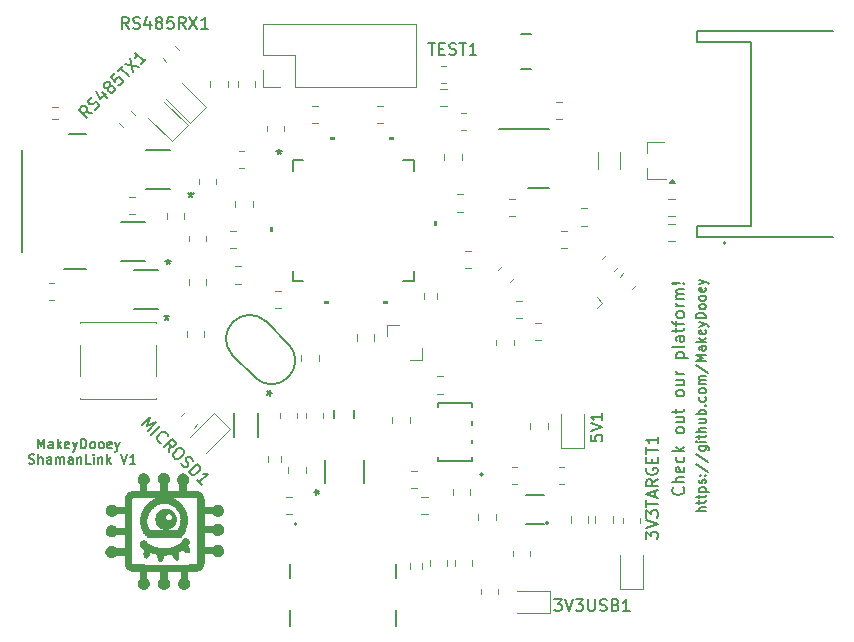
<source format=gbr>
%TF.GenerationSoftware,KiCad,Pcbnew,9.0.3*%
%TF.CreationDate,2026-02-24T03:06:21-05:00*%
%TF.ProjectId,ShamanLink_Rev1,5368616d-616e-44c6-996e-6b5f52657631,rev?*%
%TF.SameCoordinates,Original*%
%TF.FileFunction,Legend,Top*%
%TF.FilePolarity,Positive*%
%FSLAX46Y46*%
G04 Gerber Fmt 4.6, Leading zero omitted, Abs format (unit mm)*
G04 Created by KiCad (PCBNEW 9.0.3) date 2026-02-24 03:06:21*
%MOMM*%
%LPD*%
G01*
G04 APERTURE LIST*
%ADD10C,0.152400*%
%ADD11C,0.150000*%
%ADD12C,0.200000*%
%ADD13C,0.120000*%
%ADD14C,0.127000*%
%ADD15C,0.100000*%
%ADD16C,0.000000*%
G04 APERTURE END LIST*
D10*
X135592603Y-110606213D02*
X134779803Y-110606213D01*
X135592603Y-110257870D02*
X135166851Y-110257870D01*
X135166851Y-110257870D02*
X135089441Y-110296575D01*
X135089441Y-110296575D02*
X135050737Y-110373984D01*
X135050737Y-110373984D02*
X135050737Y-110490098D01*
X135050737Y-110490098D02*
X135089441Y-110567508D01*
X135089441Y-110567508D02*
X135128146Y-110606213D01*
X135050737Y-109986937D02*
X135050737Y-109677299D01*
X134779803Y-109870823D02*
X135476489Y-109870823D01*
X135476489Y-109870823D02*
X135553899Y-109832118D01*
X135553899Y-109832118D02*
X135592603Y-109754708D01*
X135592603Y-109754708D02*
X135592603Y-109677299D01*
X135050737Y-109522480D02*
X135050737Y-109212842D01*
X134779803Y-109406366D02*
X135476489Y-109406366D01*
X135476489Y-109406366D02*
X135553899Y-109367661D01*
X135553899Y-109367661D02*
X135592603Y-109290251D01*
X135592603Y-109290251D02*
X135592603Y-109212842D01*
X135050737Y-108941909D02*
X135863537Y-108941909D01*
X135089441Y-108941909D02*
X135050737Y-108864499D01*
X135050737Y-108864499D02*
X135050737Y-108709680D01*
X135050737Y-108709680D02*
X135089441Y-108632271D01*
X135089441Y-108632271D02*
X135128146Y-108593566D01*
X135128146Y-108593566D02*
X135205556Y-108554861D01*
X135205556Y-108554861D02*
X135437784Y-108554861D01*
X135437784Y-108554861D02*
X135515194Y-108593566D01*
X135515194Y-108593566D02*
X135553899Y-108632271D01*
X135553899Y-108632271D02*
X135592603Y-108709680D01*
X135592603Y-108709680D02*
X135592603Y-108864499D01*
X135592603Y-108864499D02*
X135553899Y-108941909D01*
X135553899Y-108245223D02*
X135592603Y-108167814D01*
X135592603Y-108167814D02*
X135592603Y-108012995D01*
X135592603Y-108012995D02*
X135553899Y-107935585D01*
X135553899Y-107935585D02*
X135476489Y-107896881D01*
X135476489Y-107896881D02*
X135437784Y-107896881D01*
X135437784Y-107896881D02*
X135360375Y-107935585D01*
X135360375Y-107935585D02*
X135321670Y-108012995D01*
X135321670Y-108012995D02*
X135321670Y-108129109D01*
X135321670Y-108129109D02*
X135282965Y-108206519D01*
X135282965Y-108206519D02*
X135205556Y-108245223D01*
X135205556Y-108245223D02*
X135166851Y-108245223D01*
X135166851Y-108245223D02*
X135089441Y-108206519D01*
X135089441Y-108206519D02*
X135050737Y-108129109D01*
X135050737Y-108129109D02*
X135050737Y-108012995D01*
X135050737Y-108012995D02*
X135089441Y-107935585D01*
X135515194Y-107548538D02*
X135553899Y-107509833D01*
X135553899Y-107509833D02*
X135592603Y-107548538D01*
X135592603Y-107548538D02*
X135553899Y-107587242D01*
X135553899Y-107587242D02*
X135515194Y-107548538D01*
X135515194Y-107548538D02*
X135592603Y-107548538D01*
X135089441Y-107548538D02*
X135128146Y-107509833D01*
X135128146Y-107509833D02*
X135166851Y-107548538D01*
X135166851Y-107548538D02*
X135128146Y-107587242D01*
X135128146Y-107587242D02*
X135089441Y-107548538D01*
X135089441Y-107548538D02*
X135166851Y-107548538D01*
X134741099Y-106580918D02*
X135786127Y-107277604D01*
X134741099Y-105729413D02*
X135786127Y-106426099D01*
X135050737Y-105110137D02*
X135708718Y-105110137D01*
X135708718Y-105110137D02*
X135786127Y-105148842D01*
X135786127Y-105148842D02*
X135824832Y-105187546D01*
X135824832Y-105187546D02*
X135863537Y-105264956D01*
X135863537Y-105264956D02*
X135863537Y-105381070D01*
X135863537Y-105381070D02*
X135824832Y-105458480D01*
X135553899Y-105110137D02*
X135592603Y-105187546D01*
X135592603Y-105187546D02*
X135592603Y-105342365D01*
X135592603Y-105342365D02*
X135553899Y-105419775D01*
X135553899Y-105419775D02*
X135515194Y-105458480D01*
X135515194Y-105458480D02*
X135437784Y-105497184D01*
X135437784Y-105497184D02*
X135205556Y-105497184D01*
X135205556Y-105497184D02*
X135128146Y-105458480D01*
X135128146Y-105458480D02*
X135089441Y-105419775D01*
X135089441Y-105419775D02*
X135050737Y-105342365D01*
X135050737Y-105342365D02*
X135050737Y-105187546D01*
X135050737Y-105187546D02*
X135089441Y-105110137D01*
X135592603Y-104723090D02*
X135050737Y-104723090D01*
X134779803Y-104723090D02*
X134818508Y-104761794D01*
X134818508Y-104761794D02*
X134857213Y-104723090D01*
X134857213Y-104723090D02*
X134818508Y-104684385D01*
X134818508Y-104684385D02*
X134779803Y-104723090D01*
X134779803Y-104723090D02*
X134857213Y-104723090D01*
X135050737Y-104452156D02*
X135050737Y-104142518D01*
X134779803Y-104336042D02*
X135476489Y-104336042D01*
X135476489Y-104336042D02*
X135553899Y-104297337D01*
X135553899Y-104297337D02*
X135592603Y-104219927D01*
X135592603Y-104219927D02*
X135592603Y-104142518D01*
X135592603Y-103871585D02*
X134779803Y-103871585D01*
X135592603Y-103523242D02*
X135166851Y-103523242D01*
X135166851Y-103523242D02*
X135089441Y-103561947D01*
X135089441Y-103561947D02*
X135050737Y-103639356D01*
X135050737Y-103639356D02*
X135050737Y-103755470D01*
X135050737Y-103755470D02*
X135089441Y-103832880D01*
X135089441Y-103832880D02*
X135128146Y-103871585D01*
X135050737Y-102787852D02*
X135592603Y-102787852D01*
X135050737Y-103136195D02*
X135476489Y-103136195D01*
X135476489Y-103136195D02*
X135553899Y-103097490D01*
X135553899Y-103097490D02*
X135592603Y-103020080D01*
X135592603Y-103020080D02*
X135592603Y-102903966D01*
X135592603Y-102903966D02*
X135553899Y-102826557D01*
X135553899Y-102826557D02*
X135515194Y-102787852D01*
X135592603Y-102400805D02*
X134779803Y-102400805D01*
X135089441Y-102400805D02*
X135050737Y-102323395D01*
X135050737Y-102323395D02*
X135050737Y-102168576D01*
X135050737Y-102168576D02*
X135089441Y-102091167D01*
X135089441Y-102091167D02*
X135128146Y-102052462D01*
X135128146Y-102052462D02*
X135205556Y-102013757D01*
X135205556Y-102013757D02*
X135437784Y-102013757D01*
X135437784Y-102013757D02*
X135515194Y-102052462D01*
X135515194Y-102052462D02*
X135553899Y-102091167D01*
X135553899Y-102091167D02*
X135592603Y-102168576D01*
X135592603Y-102168576D02*
X135592603Y-102323395D01*
X135592603Y-102323395D02*
X135553899Y-102400805D01*
X135515194Y-101665415D02*
X135553899Y-101626710D01*
X135553899Y-101626710D02*
X135592603Y-101665415D01*
X135592603Y-101665415D02*
X135553899Y-101704119D01*
X135553899Y-101704119D02*
X135515194Y-101665415D01*
X135515194Y-101665415D02*
X135592603Y-101665415D01*
X135553899Y-100930024D02*
X135592603Y-101007433D01*
X135592603Y-101007433D02*
X135592603Y-101162252D01*
X135592603Y-101162252D02*
X135553899Y-101239662D01*
X135553899Y-101239662D02*
X135515194Y-101278367D01*
X135515194Y-101278367D02*
X135437784Y-101317071D01*
X135437784Y-101317071D02*
X135205556Y-101317071D01*
X135205556Y-101317071D02*
X135128146Y-101278367D01*
X135128146Y-101278367D02*
X135089441Y-101239662D01*
X135089441Y-101239662D02*
X135050737Y-101162252D01*
X135050737Y-101162252D02*
X135050737Y-101007433D01*
X135050737Y-101007433D02*
X135089441Y-100930024D01*
X135592603Y-100465566D02*
X135553899Y-100542976D01*
X135553899Y-100542976D02*
X135515194Y-100581681D01*
X135515194Y-100581681D02*
X135437784Y-100620385D01*
X135437784Y-100620385D02*
X135205556Y-100620385D01*
X135205556Y-100620385D02*
X135128146Y-100581681D01*
X135128146Y-100581681D02*
X135089441Y-100542976D01*
X135089441Y-100542976D02*
X135050737Y-100465566D01*
X135050737Y-100465566D02*
X135050737Y-100349452D01*
X135050737Y-100349452D02*
X135089441Y-100272043D01*
X135089441Y-100272043D02*
X135128146Y-100233338D01*
X135128146Y-100233338D02*
X135205556Y-100194633D01*
X135205556Y-100194633D02*
X135437784Y-100194633D01*
X135437784Y-100194633D02*
X135515194Y-100233338D01*
X135515194Y-100233338D02*
X135553899Y-100272043D01*
X135553899Y-100272043D02*
X135592603Y-100349452D01*
X135592603Y-100349452D02*
X135592603Y-100465566D01*
X135592603Y-99846291D02*
X135050737Y-99846291D01*
X135128146Y-99846291D02*
X135089441Y-99807586D01*
X135089441Y-99807586D02*
X135050737Y-99730176D01*
X135050737Y-99730176D02*
X135050737Y-99614062D01*
X135050737Y-99614062D02*
X135089441Y-99536653D01*
X135089441Y-99536653D02*
X135166851Y-99497948D01*
X135166851Y-99497948D02*
X135592603Y-99497948D01*
X135166851Y-99497948D02*
X135089441Y-99459243D01*
X135089441Y-99459243D02*
X135050737Y-99381834D01*
X135050737Y-99381834D02*
X135050737Y-99265719D01*
X135050737Y-99265719D02*
X135089441Y-99188310D01*
X135089441Y-99188310D02*
X135166851Y-99149605D01*
X135166851Y-99149605D02*
X135592603Y-99149605D01*
X134741099Y-98181986D02*
X135786127Y-98878672D01*
X135592603Y-97911053D02*
X134779803Y-97911053D01*
X134779803Y-97911053D02*
X135360375Y-97640119D01*
X135360375Y-97640119D02*
X134779803Y-97369186D01*
X134779803Y-97369186D02*
X135592603Y-97369186D01*
X135592603Y-96633796D02*
X135166851Y-96633796D01*
X135166851Y-96633796D02*
X135089441Y-96672501D01*
X135089441Y-96672501D02*
X135050737Y-96749910D01*
X135050737Y-96749910D02*
X135050737Y-96904729D01*
X135050737Y-96904729D02*
X135089441Y-96982139D01*
X135553899Y-96633796D02*
X135592603Y-96711205D01*
X135592603Y-96711205D02*
X135592603Y-96904729D01*
X135592603Y-96904729D02*
X135553899Y-96982139D01*
X135553899Y-96982139D02*
X135476489Y-97020843D01*
X135476489Y-97020843D02*
X135399079Y-97020843D01*
X135399079Y-97020843D02*
X135321670Y-96982139D01*
X135321670Y-96982139D02*
X135282965Y-96904729D01*
X135282965Y-96904729D02*
X135282965Y-96711205D01*
X135282965Y-96711205D02*
X135244260Y-96633796D01*
X135592603Y-96246749D02*
X134779803Y-96246749D01*
X135282965Y-96169339D02*
X135592603Y-95937111D01*
X135050737Y-95937111D02*
X135360375Y-96246749D01*
X135553899Y-95279130D02*
X135592603Y-95356539D01*
X135592603Y-95356539D02*
X135592603Y-95511358D01*
X135592603Y-95511358D02*
X135553899Y-95588768D01*
X135553899Y-95588768D02*
X135476489Y-95627472D01*
X135476489Y-95627472D02*
X135166851Y-95627472D01*
X135166851Y-95627472D02*
X135089441Y-95588768D01*
X135089441Y-95588768D02*
X135050737Y-95511358D01*
X135050737Y-95511358D02*
X135050737Y-95356539D01*
X135050737Y-95356539D02*
X135089441Y-95279130D01*
X135089441Y-95279130D02*
X135166851Y-95240425D01*
X135166851Y-95240425D02*
X135244260Y-95240425D01*
X135244260Y-95240425D02*
X135321670Y-95627472D01*
X135050737Y-94969491D02*
X135592603Y-94775967D01*
X135050737Y-94582444D02*
X135592603Y-94775967D01*
X135592603Y-94775967D02*
X135786127Y-94853377D01*
X135786127Y-94853377D02*
X135824832Y-94892082D01*
X135824832Y-94892082D02*
X135863537Y-94969491D01*
X135592603Y-94272806D02*
X134779803Y-94272806D01*
X134779803Y-94272806D02*
X134779803Y-94079282D01*
X134779803Y-94079282D02*
X134818508Y-93963168D01*
X134818508Y-93963168D02*
X134895918Y-93885758D01*
X134895918Y-93885758D02*
X134973327Y-93847053D01*
X134973327Y-93847053D02*
X135128146Y-93808349D01*
X135128146Y-93808349D02*
X135244260Y-93808349D01*
X135244260Y-93808349D02*
X135399079Y-93847053D01*
X135399079Y-93847053D02*
X135476489Y-93885758D01*
X135476489Y-93885758D02*
X135553899Y-93963168D01*
X135553899Y-93963168D02*
X135592603Y-94079282D01*
X135592603Y-94079282D02*
X135592603Y-94272806D01*
X135592603Y-93343891D02*
X135553899Y-93421301D01*
X135553899Y-93421301D02*
X135515194Y-93460006D01*
X135515194Y-93460006D02*
X135437784Y-93498710D01*
X135437784Y-93498710D02*
X135205556Y-93498710D01*
X135205556Y-93498710D02*
X135128146Y-93460006D01*
X135128146Y-93460006D02*
X135089441Y-93421301D01*
X135089441Y-93421301D02*
X135050737Y-93343891D01*
X135050737Y-93343891D02*
X135050737Y-93227777D01*
X135050737Y-93227777D02*
X135089441Y-93150368D01*
X135089441Y-93150368D02*
X135128146Y-93111663D01*
X135128146Y-93111663D02*
X135205556Y-93072958D01*
X135205556Y-93072958D02*
X135437784Y-93072958D01*
X135437784Y-93072958D02*
X135515194Y-93111663D01*
X135515194Y-93111663D02*
X135553899Y-93150368D01*
X135553899Y-93150368D02*
X135592603Y-93227777D01*
X135592603Y-93227777D02*
X135592603Y-93343891D01*
X135592603Y-92608501D02*
X135553899Y-92685911D01*
X135553899Y-92685911D02*
X135515194Y-92724616D01*
X135515194Y-92724616D02*
X135437784Y-92763320D01*
X135437784Y-92763320D02*
X135205556Y-92763320D01*
X135205556Y-92763320D02*
X135128146Y-92724616D01*
X135128146Y-92724616D02*
X135089441Y-92685911D01*
X135089441Y-92685911D02*
X135050737Y-92608501D01*
X135050737Y-92608501D02*
X135050737Y-92492387D01*
X135050737Y-92492387D02*
X135089441Y-92414978D01*
X135089441Y-92414978D02*
X135128146Y-92376273D01*
X135128146Y-92376273D02*
X135205556Y-92337568D01*
X135205556Y-92337568D02*
X135437784Y-92337568D01*
X135437784Y-92337568D02*
X135515194Y-92376273D01*
X135515194Y-92376273D02*
X135553899Y-92414978D01*
X135553899Y-92414978D02*
X135592603Y-92492387D01*
X135592603Y-92492387D02*
X135592603Y-92608501D01*
X135553899Y-91679588D02*
X135592603Y-91756997D01*
X135592603Y-91756997D02*
X135592603Y-91911816D01*
X135592603Y-91911816D02*
X135553899Y-91989226D01*
X135553899Y-91989226D02*
X135476489Y-92027930D01*
X135476489Y-92027930D02*
X135166851Y-92027930D01*
X135166851Y-92027930D02*
X135089441Y-91989226D01*
X135089441Y-91989226D02*
X135050737Y-91911816D01*
X135050737Y-91911816D02*
X135050737Y-91756997D01*
X135050737Y-91756997D02*
X135089441Y-91679588D01*
X135089441Y-91679588D02*
X135166851Y-91640883D01*
X135166851Y-91640883D02*
X135244260Y-91640883D01*
X135244260Y-91640883D02*
X135321670Y-92027930D01*
X135050737Y-91369949D02*
X135592603Y-91176425D01*
X135050737Y-90982902D02*
X135592603Y-91176425D01*
X135592603Y-91176425D02*
X135786127Y-91253835D01*
X135786127Y-91253835D02*
X135824832Y-91292540D01*
X135824832Y-91292540D02*
X135863537Y-91369949D01*
D11*
X133674580Y-108591792D02*
X133722200Y-108639411D01*
X133722200Y-108639411D02*
X133769819Y-108782268D01*
X133769819Y-108782268D02*
X133769819Y-108877506D01*
X133769819Y-108877506D02*
X133722200Y-109020363D01*
X133722200Y-109020363D02*
X133626961Y-109115601D01*
X133626961Y-109115601D02*
X133531723Y-109163220D01*
X133531723Y-109163220D02*
X133341247Y-109210839D01*
X133341247Y-109210839D02*
X133198390Y-109210839D01*
X133198390Y-109210839D02*
X133007914Y-109163220D01*
X133007914Y-109163220D02*
X132912676Y-109115601D01*
X132912676Y-109115601D02*
X132817438Y-109020363D01*
X132817438Y-109020363D02*
X132769819Y-108877506D01*
X132769819Y-108877506D02*
X132769819Y-108782268D01*
X132769819Y-108782268D02*
X132817438Y-108639411D01*
X132817438Y-108639411D02*
X132865057Y-108591792D01*
X133769819Y-108163220D02*
X132769819Y-108163220D01*
X133769819Y-107734649D02*
X133246009Y-107734649D01*
X133246009Y-107734649D02*
X133150771Y-107782268D01*
X133150771Y-107782268D02*
X133103152Y-107877506D01*
X133103152Y-107877506D02*
X133103152Y-108020363D01*
X133103152Y-108020363D02*
X133150771Y-108115601D01*
X133150771Y-108115601D02*
X133198390Y-108163220D01*
X133722200Y-106877506D02*
X133769819Y-106972744D01*
X133769819Y-106972744D02*
X133769819Y-107163220D01*
X133769819Y-107163220D02*
X133722200Y-107258458D01*
X133722200Y-107258458D02*
X133626961Y-107306077D01*
X133626961Y-107306077D02*
X133246009Y-107306077D01*
X133246009Y-107306077D02*
X133150771Y-107258458D01*
X133150771Y-107258458D02*
X133103152Y-107163220D01*
X133103152Y-107163220D02*
X133103152Y-106972744D01*
X133103152Y-106972744D02*
X133150771Y-106877506D01*
X133150771Y-106877506D02*
X133246009Y-106829887D01*
X133246009Y-106829887D02*
X133341247Y-106829887D01*
X133341247Y-106829887D02*
X133436485Y-107306077D01*
X133722200Y-105972744D02*
X133769819Y-106067982D01*
X133769819Y-106067982D02*
X133769819Y-106258458D01*
X133769819Y-106258458D02*
X133722200Y-106353696D01*
X133722200Y-106353696D02*
X133674580Y-106401315D01*
X133674580Y-106401315D02*
X133579342Y-106448934D01*
X133579342Y-106448934D02*
X133293628Y-106448934D01*
X133293628Y-106448934D02*
X133198390Y-106401315D01*
X133198390Y-106401315D02*
X133150771Y-106353696D01*
X133150771Y-106353696D02*
X133103152Y-106258458D01*
X133103152Y-106258458D02*
X133103152Y-106067982D01*
X133103152Y-106067982D02*
X133150771Y-105972744D01*
X133769819Y-105544172D02*
X132769819Y-105544172D01*
X133388866Y-105448934D02*
X133769819Y-105163220D01*
X133103152Y-105163220D02*
X133484104Y-105544172D01*
X133769819Y-103829886D02*
X133722200Y-103925124D01*
X133722200Y-103925124D02*
X133674580Y-103972743D01*
X133674580Y-103972743D02*
X133579342Y-104020362D01*
X133579342Y-104020362D02*
X133293628Y-104020362D01*
X133293628Y-104020362D02*
X133198390Y-103972743D01*
X133198390Y-103972743D02*
X133150771Y-103925124D01*
X133150771Y-103925124D02*
X133103152Y-103829886D01*
X133103152Y-103829886D02*
X133103152Y-103687029D01*
X133103152Y-103687029D02*
X133150771Y-103591791D01*
X133150771Y-103591791D02*
X133198390Y-103544172D01*
X133198390Y-103544172D02*
X133293628Y-103496553D01*
X133293628Y-103496553D02*
X133579342Y-103496553D01*
X133579342Y-103496553D02*
X133674580Y-103544172D01*
X133674580Y-103544172D02*
X133722200Y-103591791D01*
X133722200Y-103591791D02*
X133769819Y-103687029D01*
X133769819Y-103687029D02*
X133769819Y-103829886D01*
X133103152Y-102639410D02*
X133769819Y-102639410D01*
X133103152Y-103067981D02*
X133626961Y-103067981D01*
X133626961Y-103067981D02*
X133722200Y-103020362D01*
X133722200Y-103020362D02*
X133769819Y-102925124D01*
X133769819Y-102925124D02*
X133769819Y-102782267D01*
X133769819Y-102782267D02*
X133722200Y-102687029D01*
X133722200Y-102687029D02*
X133674580Y-102639410D01*
X133103152Y-102306076D02*
X133103152Y-101925124D01*
X132769819Y-102163219D02*
X133626961Y-102163219D01*
X133626961Y-102163219D02*
X133722200Y-102115600D01*
X133722200Y-102115600D02*
X133769819Y-102020362D01*
X133769819Y-102020362D02*
X133769819Y-101925124D01*
X133769819Y-100687028D02*
X133722200Y-100782266D01*
X133722200Y-100782266D02*
X133674580Y-100829885D01*
X133674580Y-100829885D02*
X133579342Y-100877504D01*
X133579342Y-100877504D02*
X133293628Y-100877504D01*
X133293628Y-100877504D02*
X133198390Y-100829885D01*
X133198390Y-100829885D02*
X133150771Y-100782266D01*
X133150771Y-100782266D02*
X133103152Y-100687028D01*
X133103152Y-100687028D02*
X133103152Y-100544171D01*
X133103152Y-100544171D02*
X133150771Y-100448933D01*
X133150771Y-100448933D02*
X133198390Y-100401314D01*
X133198390Y-100401314D02*
X133293628Y-100353695D01*
X133293628Y-100353695D02*
X133579342Y-100353695D01*
X133579342Y-100353695D02*
X133674580Y-100401314D01*
X133674580Y-100401314D02*
X133722200Y-100448933D01*
X133722200Y-100448933D02*
X133769819Y-100544171D01*
X133769819Y-100544171D02*
X133769819Y-100687028D01*
X133103152Y-99496552D02*
X133769819Y-99496552D01*
X133103152Y-99925123D02*
X133626961Y-99925123D01*
X133626961Y-99925123D02*
X133722200Y-99877504D01*
X133722200Y-99877504D02*
X133769819Y-99782266D01*
X133769819Y-99782266D02*
X133769819Y-99639409D01*
X133769819Y-99639409D02*
X133722200Y-99544171D01*
X133722200Y-99544171D02*
X133674580Y-99496552D01*
X133769819Y-99020361D02*
X133103152Y-99020361D01*
X133293628Y-99020361D02*
X133198390Y-98972742D01*
X133198390Y-98972742D02*
X133150771Y-98925123D01*
X133150771Y-98925123D02*
X133103152Y-98829885D01*
X133103152Y-98829885D02*
X133103152Y-98734647D01*
X133103152Y-97639408D02*
X134103152Y-97639408D01*
X133150771Y-97639408D02*
X133103152Y-97544170D01*
X133103152Y-97544170D02*
X133103152Y-97353694D01*
X133103152Y-97353694D02*
X133150771Y-97258456D01*
X133150771Y-97258456D02*
X133198390Y-97210837D01*
X133198390Y-97210837D02*
X133293628Y-97163218D01*
X133293628Y-97163218D02*
X133579342Y-97163218D01*
X133579342Y-97163218D02*
X133674580Y-97210837D01*
X133674580Y-97210837D02*
X133722200Y-97258456D01*
X133722200Y-97258456D02*
X133769819Y-97353694D01*
X133769819Y-97353694D02*
X133769819Y-97544170D01*
X133769819Y-97544170D02*
X133722200Y-97639408D01*
X133769819Y-96591789D02*
X133722200Y-96687027D01*
X133722200Y-96687027D02*
X133626961Y-96734646D01*
X133626961Y-96734646D02*
X132769819Y-96734646D01*
X133769819Y-95782265D02*
X133246009Y-95782265D01*
X133246009Y-95782265D02*
X133150771Y-95829884D01*
X133150771Y-95829884D02*
X133103152Y-95925122D01*
X133103152Y-95925122D02*
X133103152Y-96115598D01*
X133103152Y-96115598D02*
X133150771Y-96210836D01*
X133722200Y-95782265D02*
X133769819Y-95877503D01*
X133769819Y-95877503D02*
X133769819Y-96115598D01*
X133769819Y-96115598D02*
X133722200Y-96210836D01*
X133722200Y-96210836D02*
X133626961Y-96258455D01*
X133626961Y-96258455D02*
X133531723Y-96258455D01*
X133531723Y-96258455D02*
X133436485Y-96210836D01*
X133436485Y-96210836D02*
X133388866Y-96115598D01*
X133388866Y-96115598D02*
X133388866Y-95877503D01*
X133388866Y-95877503D02*
X133341247Y-95782265D01*
X133103152Y-95448931D02*
X133103152Y-95067979D01*
X132769819Y-95306074D02*
X133626961Y-95306074D01*
X133626961Y-95306074D02*
X133722200Y-95258455D01*
X133722200Y-95258455D02*
X133769819Y-95163217D01*
X133769819Y-95163217D02*
X133769819Y-95067979D01*
X133103152Y-94877502D02*
X133103152Y-94496550D01*
X133769819Y-94734645D02*
X132912676Y-94734645D01*
X132912676Y-94734645D02*
X132817438Y-94687026D01*
X132817438Y-94687026D02*
X132769819Y-94591788D01*
X132769819Y-94591788D02*
X132769819Y-94496550D01*
X133769819Y-94020359D02*
X133722200Y-94115597D01*
X133722200Y-94115597D02*
X133674580Y-94163216D01*
X133674580Y-94163216D02*
X133579342Y-94210835D01*
X133579342Y-94210835D02*
X133293628Y-94210835D01*
X133293628Y-94210835D02*
X133198390Y-94163216D01*
X133198390Y-94163216D02*
X133150771Y-94115597D01*
X133150771Y-94115597D02*
X133103152Y-94020359D01*
X133103152Y-94020359D02*
X133103152Y-93877502D01*
X133103152Y-93877502D02*
X133150771Y-93782264D01*
X133150771Y-93782264D02*
X133198390Y-93734645D01*
X133198390Y-93734645D02*
X133293628Y-93687026D01*
X133293628Y-93687026D02*
X133579342Y-93687026D01*
X133579342Y-93687026D02*
X133674580Y-93734645D01*
X133674580Y-93734645D02*
X133722200Y-93782264D01*
X133722200Y-93782264D02*
X133769819Y-93877502D01*
X133769819Y-93877502D02*
X133769819Y-94020359D01*
X133769819Y-93258454D02*
X133103152Y-93258454D01*
X133293628Y-93258454D02*
X133198390Y-93210835D01*
X133198390Y-93210835D02*
X133150771Y-93163216D01*
X133150771Y-93163216D02*
X133103152Y-93067978D01*
X133103152Y-93067978D02*
X133103152Y-92972740D01*
X133769819Y-92639406D02*
X133103152Y-92639406D01*
X133198390Y-92639406D02*
X133150771Y-92591787D01*
X133150771Y-92591787D02*
X133103152Y-92496549D01*
X133103152Y-92496549D02*
X133103152Y-92353692D01*
X133103152Y-92353692D02*
X133150771Y-92258454D01*
X133150771Y-92258454D02*
X133246009Y-92210835D01*
X133246009Y-92210835D02*
X133769819Y-92210835D01*
X133246009Y-92210835D02*
X133150771Y-92163216D01*
X133150771Y-92163216D02*
X133103152Y-92067978D01*
X133103152Y-92067978D02*
X133103152Y-91925121D01*
X133103152Y-91925121D02*
X133150771Y-91829882D01*
X133150771Y-91829882D02*
X133246009Y-91782263D01*
X133246009Y-91782263D02*
X133769819Y-91782263D01*
X133674580Y-91306073D02*
X133722200Y-91258454D01*
X133722200Y-91258454D02*
X133769819Y-91306073D01*
X133769819Y-91306073D02*
X133722200Y-91353692D01*
X133722200Y-91353692D02*
X133674580Y-91306073D01*
X133674580Y-91306073D02*
X133769819Y-91306073D01*
X133388866Y-91306073D02*
X132817438Y-91353692D01*
X132817438Y-91353692D02*
X132769819Y-91306073D01*
X132769819Y-91306073D02*
X132817438Y-91258454D01*
X132817438Y-91258454D02*
X133388866Y-91306073D01*
X133388866Y-91306073D02*
X132769819Y-91306073D01*
D10*
X79064991Y-105284041D02*
X79064991Y-104471241D01*
X79064991Y-104471241D02*
X79335925Y-105051813D01*
X79335925Y-105051813D02*
X79606858Y-104471241D01*
X79606858Y-104471241D02*
X79606858Y-105284041D01*
X80342248Y-105284041D02*
X80342248Y-104858289D01*
X80342248Y-104858289D02*
X80303543Y-104780879D01*
X80303543Y-104780879D02*
X80226134Y-104742175D01*
X80226134Y-104742175D02*
X80071315Y-104742175D01*
X80071315Y-104742175D02*
X79993905Y-104780879D01*
X80342248Y-105245337D02*
X80264839Y-105284041D01*
X80264839Y-105284041D02*
X80071315Y-105284041D01*
X80071315Y-105284041D02*
X79993905Y-105245337D01*
X79993905Y-105245337D02*
X79955201Y-105167927D01*
X79955201Y-105167927D02*
X79955201Y-105090517D01*
X79955201Y-105090517D02*
X79993905Y-105013108D01*
X79993905Y-105013108D02*
X80071315Y-104974403D01*
X80071315Y-104974403D02*
X80264839Y-104974403D01*
X80264839Y-104974403D02*
X80342248Y-104935698D01*
X80729295Y-105284041D02*
X80729295Y-104471241D01*
X80806705Y-104974403D02*
X81038933Y-105284041D01*
X81038933Y-104742175D02*
X80729295Y-105051813D01*
X81696914Y-105245337D02*
X81619505Y-105284041D01*
X81619505Y-105284041D02*
X81464686Y-105284041D01*
X81464686Y-105284041D02*
X81387276Y-105245337D01*
X81387276Y-105245337D02*
X81348572Y-105167927D01*
X81348572Y-105167927D02*
X81348572Y-104858289D01*
X81348572Y-104858289D02*
X81387276Y-104780879D01*
X81387276Y-104780879D02*
X81464686Y-104742175D01*
X81464686Y-104742175D02*
X81619505Y-104742175D01*
X81619505Y-104742175D02*
X81696914Y-104780879D01*
X81696914Y-104780879D02*
X81735619Y-104858289D01*
X81735619Y-104858289D02*
X81735619Y-104935698D01*
X81735619Y-104935698D02*
X81348572Y-105013108D01*
X82006553Y-104742175D02*
X82200077Y-105284041D01*
X82393600Y-104742175D02*
X82200077Y-105284041D01*
X82200077Y-105284041D02*
X82122667Y-105477565D01*
X82122667Y-105477565D02*
X82083962Y-105516270D01*
X82083962Y-105516270D02*
X82006553Y-105554975D01*
X82703238Y-105284041D02*
X82703238Y-104471241D01*
X82703238Y-104471241D02*
X82896762Y-104471241D01*
X82896762Y-104471241D02*
X83012876Y-104509946D01*
X83012876Y-104509946D02*
X83090286Y-104587356D01*
X83090286Y-104587356D02*
X83128991Y-104664765D01*
X83128991Y-104664765D02*
X83167695Y-104819584D01*
X83167695Y-104819584D02*
X83167695Y-104935698D01*
X83167695Y-104935698D02*
X83128991Y-105090517D01*
X83128991Y-105090517D02*
X83090286Y-105167927D01*
X83090286Y-105167927D02*
X83012876Y-105245337D01*
X83012876Y-105245337D02*
X82896762Y-105284041D01*
X82896762Y-105284041D02*
X82703238Y-105284041D01*
X83632153Y-105284041D02*
X83554743Y-105245337D01*
X83554743Y-105245337D02*
X83516038Y-105206632D01*
X83516038Y-105206632D02*
X83477334Y-105129222D01*
X83477334Y-105129222D02*
X83477334Y-104896994D01*
X83477334Y-104896994D02*
X83516038Y-104819584D01*
X83516038Y-104819584D02*
X83554743Y-104780879D01*
X83554743Y-104780879D02*
X83632153Y-104742175D01*
X83632153Y-104742175D02*
X83748267Y-104742175D01*
X83748267Y-104742175D02*
X83825676Y-104780879D01*
X83825676Y-104780879D02*
X83864381Y-104819584D01*
X83864381Y-104819584D02*
X83903086Y-104896994D01*
X83903086Y-104896994D02*
X83903086Y-105129222D01*
X83903086Y-105129222D02*
X83864381Y-105206632D01*
X83864381Y-105206632D02*
X83825676Y-105245337D01*
X83825676Y-105245337D02*
X83748267Y-105284041D01*
X83748267Y-105284041D02*
X83632153Y-105284041D01*
X84367543Y-105284041D02*
X84290133Y-105245337D01*
X84290133Y-105245337D02*
X84251428Y-105206632D01*
X84251428Y-105206632D02*
X84212724Y-105129222D01*
X84212724Y-105129222D02*
X84212724Y-104896994D01*
X84212724Y-104896994D02*
X84251428Y-104819584D01*
X84251428Y-104819584D02*
X84290133Y-104780879D01*
X84290133Y-104780879D02*
X84367543Y-104742175D01*
X84367543Y-104742175D02*
X84483657Y-104742175D01*
X84483657Y-104742175D02*
X84561066Y-104780879D01*
X84561066Y-104780879D02*
X84599771Y-104819584D01*
X84599771Y-104819584D02*
X84638476Y-104896994D01*
X84638476Y-104896994D02*
X84638476Y-105129222D01*
X84638476Y-105129222D02*
X84599771Y-105206632D01*
X84599771Y-105206632D02*
X84561066Y-105245337D01*
X84561066Y-105245337D02*
X84483657Y-105284041D01*
X84483657Y-105284041D02*
X84367543Y-105284041D01*
X85296456Y-105245337D02*
X85219047Y-105284041D01*
X85219047Y-105284041D02*
X85064228Y-105284041D01*
X85064228Y-105284041D02*
X84986818Y-105245337D01*
X84986818Y-105245337D02*
X84948114Y-105167927D01*
X84948114Y-105167927D02*
X84948114Y-104858289D01*
X84948114Y-104858289D02*
X84986818Y-104780879D01*
X84986818Y-104780879D02*
X85064228Y-104742175D01*
X85064228Y-104742175D02*
X85219047Y-104742175D01*
X85219047Y-104742175D02*
X85296456Y-104780879D01*
X85296456Y-104780879D02*
X85335161Y-104858289D01*
X85335161Y-104858289D02*
X85335161Y-104935698D01*
X85335161Y-104935698D02*
X84948114Y-105013108D01*
X85606095Y-104742175D02*
X85799619Y-105284041D01*
X85993142Y-104742175D02*
X85799619Y-105284041D01*
X85799619Y-105284041D02*
X85722209Y-105477565D01*
X85722209Y-105477565D02*
X85683504Y-105516270D01*
X85683504Y-105516270D02*
X85606095Y-105554975D01*
X78290897Y-106553899D02*
X78407011Y-106592603D01*
X78407011Y-106592603D02*
X78600535Y-106592603D01*
X78600535Y-106592603D02*
X78677944Y-106553899D01*
X78677944Y-106553899D02*
X78716649Y-106515194D01*
X78716649Y-106515194D02*
X78755354Y-106437784D01*
X78755354Y-106437784D02*
X78755354Y-106360375D01*
X78755354Y-106360375D02*
X78716649Y-106282965D01*
X78716649Y-106282965D02*
X78677944Y-106244260D01*
X78677944Y-106244260D02*
X78600535Y-106205556D01*
X78600535Y-106205556D02*
X78445716Y-106166851D01*
X78445716Y-106166851D02*
X78368306Y-106128146D01*
X78368306Y-106128146D02*
X78329601Y-106089441D01*
X78329601Y-106089441D02*
X78290897Y-106012032D01*
X78290897Y-106012032D02*
X78290897Y-105934622D01*
X78290897Y-105934622D02*
X78329601Y-105857213D01*
X78329601Y-105857213D02*
X78368306Y-105818508D01*
X78368306Y-105818508D02*
X78445716Y-105779803D01*
X78445716Y-105779803D02*
X78639239Y-105779803D01*
X78639239Y-105779803D02*
X78755354Y-105818508D01*
X79103696Y-106592603D02*
X79103696Y-105779803D01*
X79452039Y-106592603D02*
X79452039Y-106166851D01*
X79452039Y-106166851D02*
X79413334Y-106089441D01*
X79413334Y-106089441D02*
X79335925Y-106050737D01*
X79335925Y-106050737D02*
X79219811Y-106050737D01*
X79219811Y-106050737D02*
X79142401Y-106089441D01*
X79142401Y-106089441D02*
X79103696Y-106128146D01*
X80187429Y-106592603D02*
X80187429Y-106166851D01*
X80187429Y-106166851D02*
X80148724Y-106089441D01*
X80148724Y-106089441D02*
X80071315Y-106050737D01*
X80071315Y-106050737D02*
X79916496Y-106050737D01*
X79916496Y-106050737D02*
X79839086Y-106089441D01*
X80187429Y-106553899D02*
X80110020Y-106592603D01*
X80110020Y-106592603D02*
X79916496Y-106592603D01*
X79916496Y-106592603D02*
X79839086Y-106553899D01*
X79839086Y-106553899D02*
X79800382Y-106476489D01*
X79800382Y-106476489D02*
X79800382Y-106399079D01*
X79800382Y-106399079D02*
X79839086Y-106321670D01*
X79839086Y-106321670D02*
X79916496Y-106282965D01*
X79916496Y-106282965D02*
X80110020Y-106282965D01*
X80110020Y-106282965D02*
X80187429Y-106244260D01*
X80574476Y-106592603D02*
X80574476Y-106050737D01*
X80574476Y-106128146D02*
X80613181Y-106089441D01*
X80613181Y-106089441D02*
X80690591Y-106050737D01*
X80690591Y-106050737D02*
X80806705Y-106050737D01*
X80806705Y-106050737D02*
X80884114Y-106089441D01*
X80884114Y-106089441D02*
X80922819Y-106166851D01*
X80922819Y-106166851D02*
X80922819Y-106592603D01*
X80922819Y-106166851D02*
X80961524Y-106089441D01*
X80961524Y-106089441D02*
X81038933Y-106050737D01*
X81038933Y-106050737D02*
X81155048Y-106050737D01*
X81155048Y-106050737D02*
X81232457Y-106089441D01*
X81232457Y-106089441D02*
X81271162Y-106166851D01*
X81271162Y-106166851D02*
X81271162Y-106592603D01*
X82006552Y-106592603D02*
X82006552Y-106166851D01*
X82006552Y-106166851D02*
X81967847Y-106089441D01*
X81967847Y-106089441D02*
X81890438Y-106050737D01*
X81890438Y-106050737D02*
X81735619Y-106050737D01*
X81735619Y-106050737D02*
X81658209Y-106089441D01*
X82006552Y-106553899D02*
X81929143Y-106592603D01*
X81929143Y-106592603D02*
X81735619Y-106592603D01*
X81735619Y-106592603D02*
X81658209Y-106553899D01*
X81658209Y-106553899D02*
X81619505Y-106476489D01*
X81619505Y-106476489D02*
X81619505Y-106399079D01*
X81619505Y-106399079D02*
X81658209Y-106321670D01*
X81658209Y-106321670D02*
X81735619Y-106282965D01*
X81735619Y-106282965D02*
X81929143Y-106282965D01*
X81929143Y-106282965D02*
X82006552Y-106244260D01*
X82393599Y-106050737D02*
X82393599Y-106592603D01*
X82393599Y-106128146D02*
X82432304Y-106089441D01*
X82432304Y-106089441D02*
X82509714Y-106050737D01*
X82509714Y-106050737D02*
X82625828Y-106050737D01*
X82625828Y-106050737D02*
X82703237Y-106089441D01*
X82703237Y-106089441D02*
X82741942Y-106166851D01*
X82741942Y-106166851D02*
X82741942Y-106592603D01*
X83516037Y-106592603D02*
X83128989Y-106592603D01*
X83128989Y-106592603D02*
X83128989Y-105779803D01*
X83786970Y-106592603D02*
X83786970Y-106050737D01*
X83786970Y-105779803D02*
X83748266Y-105818508D01*
X83748266Y-105818508D02*
X83786970Y-105857213D01*
X83786970Y-105857213D02*
X83825675Y-105818508D01*
X83825675Y-105818508D02*
X83786970Y-105779803D01*
X83786970Y-105779803D02*
X83786970Y-105857213D01*
X84174018Y-106050737D02*
X84174018Y-106592603D01*
X84174018Y-106128146D02*
X84212723Y-106089441D01*
X84212723Y-106089441D02*
X84290133Y-106050737D01*
X84290133Y-106050737D02*
X84406247Y-106050737D01*
X84406247Y-106050737D02*
X84483656Y-106089441D01*
X84483656Y-106089441D02*
X84522361Y-106166851D01*
X84522361Y-106166851D02*
X84522361Y-106592603D01*
X84909408Y-106592603D02*
X84909408Y-105779803D01*
X84986818Y-106282965D02*
X85219046Y-106592603D01*
X85219046Y-106050737D02*
X84909408Y-106360375D01*
X86070551Y-105779803D02*
X86341484Y-106592603D01*
X86341484Y-106592603D02*
X86612418Y-105779803D01*
X87309104Y-106592603D02*
X86844647Y-106592603D01*
X87076875Y-106592603D02*
X87076875Y-105779803D01*
X87076875Y-105779803D02*
X86999466Y-105895918D01*
X86999466Y-105895918D02*
X86922056Y-105973327D01*
X86922056Y-105973327D02*
X86844647Y-106012032D01*
D11*
X112128571Y-70954819D02*
X112699999Y-70954819D01*
X112414285Y-71954819D02*
X112414285Y-70954819D01*
X113033333Y-71431009D02*
X113366666Y-71431009D01*
X113509523Y-71954819D02*
X113033333Y-71954819D01*
X113033333Y-71954819D02*
X113033333Y-70954819D01*
X113033333Y-70954819D02*
X113509523Y-70954819D01*
X113890476Y-71907200D02*
X114033333Y-71954819D01*
X114033333Y-71954819D02*
X114271428Y-71954819D01*
X114271428Y-71954819D02*
X114366666Y-71907200D01*
X114366666Y-71907200D02*
X114414285Y-71859580D01*
X114414285Y-71859580D02*
X114461904Y-71764342D01*
X114461904Y-71764342D02*
X114461904Y-71669104D01*
X114461904Y-71669104D02*
X114414285Y-71573866D01*
X114414285Y-71573866D02*
X114366666Y-71526247D01*
X114366666Y-71526247D02*
X114271428Y-71478628D01*
X114271428Y-71478628D02*
X114080952Y-71431009D01*
X114080952Y-71431009D02*
X113985714Y-71383390D01*
X113985714Y-71383390D02*
X113938095Y-71335771D01*
X113938095Y-71335771D02*
X113890476Y-71240533D01*
X113890476Y-71240533D02*
X113890476Y-71145295D01*
X113890476Y-71145295D02*
X113938095Y-71050057D01*
X113938095Y-71050057D02*
X113985714Y-71002438D01*
X113985714Y-71002438D02*
X114080952Y-70954819D01*
X114080952Y-70954819D02*
X114319047Y-70954819D01*
X114319047Y-70954819D02*
X114461904Y-71002438D01*
X114747619Y-70954819D02*
X115319047Y-70954819D01*
X115033333Y-71954819D02*
X115033333Y-70954819D01*
X116176190Y-71954819D02*
X115604762Y-71954819D01*
X115890476Y-71954819D02*
X115890476Y-70954819D01*
X115890476Y-70954819D02*
X115795238Y-71097676D01*
X115795238Y-71097676D02*
X115700000Y-71192914D01*
X115700000Y-71192914D02*
X115604762Y-71240533D01*
X92000000Y-83554819D02*
X92000000Y-83792914D01*
X91761905Y-83697676D02*
X92000000Y-83792914D01*
X92000000Y-83792914D02*
X92238095Y-83697676D01*
X91857143Y-83983390D02*
X92000000Y-83792914D01*
X92000000Y-83792914D02*
X92142857Y-83983390D01*
X86752380Y-69754819D02*
X86419047Y-69278628D01*
X86180952Y-69754819D02*
X86180952Y-68754819D01*
X86180952Y-68754819D02*
X86561904Y-68754819D01*
X86561904Y-68754819D02*
X86657142Y-68802438D01*
X86657142Y-68802438D02*
X86704761Y-68850057D01*
X86704761Y-68850057D02*
X86752380Y-68945295D01*
X86752380Y-68945295D02*
X86752380Y-69088152D01*
X86752380Y-69088152D02*
X86704761Y-69183390D01*
X86704761Y-69183390D02*
X86657142Y-69231009D01*
X86657142Y-69231009D02*
X86561904Y-69278628D01*
X86561904Y-69278628D02*
X86180952Y-69278628D01*
X87133333Y-69707200D02*
X87276190Y-69754819D01*
X87276190Y-69754819D02*
X87514285Y-69754819D01*
X87514285Y-69754819D02*
X87609523Y-69707200D01*
X87609523Y-69707200D02*
X87657142Y-69659580D01*
X87657142Y-69659580D02*
X87704761Y-69564342D01*
X87704761Y-69564342D02*
X87704761Y-69469104D01*
X87704761Y-69469104D02*
X87657142Y-69373866D01*
X87657142Y-69373866D02*
X87609523Y-69326247D01*
X87609523Y-69326247D02*
X87514285Y-69278628D01*
X87514285Y-69278628D02*
X87323809Y-69231009D01*
X87323809Y-69231009D02*
X87228571Y-69183390D01*
X87228571Y-69183390D02*
X87180952Y-69135771D01*
X87180952Y-69135771D02*
X87133333Y-69040533D01*
X87133333Y-69040533D02*
X87133333Y-68945295D01*
X87133333Y-68945295D02*
X87180952Y-68850057D01*
X87180952Y-68850057D02*
X87228571Y-68802438D01*
X87228571Y-68802438D02*
X87323809Y-68754819D01*
X87323809Y-68754819D02*
X87561904Y-68754819D01*
X87561904Y-68754819D02*
X87704761Y-68802438D01*
X88561904Y-69088152D02*
X88561904Y-69754819D01*
X88323809Y-68707200D02*
X88085714Y-69421485D01*
X88085714Y-69421485D02*
X88704761Y-69421485D01*
X89228571Y-69183390D02*
X89133333Y-69135771D01*
X89133333Y-69135771D02*
X89085714Y-69088152D01*
X89085714Y-69088152D02*
X89038095Y-68992914D01*
X89038095Y-68992914D02*
X89038095Y-68945295D01*
X89038095Y-68945295D02*
X89085714Y-68850057D01*
X89085714Y-68850057D02*
X89133333Y-68802438D01*
X89133333Y-68802438D02*
X89228571Y-68754819D01*
X89228571Y-68754819D02*
X89419047Y-68754819D01*
X89419047Y-68754819D02*
X89514285Y-68802438D01*
X89514285Y-68802438D02*
X89561904Y-68850057D01*
X89561904Y-68850057D02*
X89609523Y-68945295D01*
X89609523Y-68945295D02*
X89609523Y-68992914D01*
X89609523Y-68992914D02*
X89561904Y-69088152D01*
X89561904Y-69088152D02*
X89514285Y-69135771D01*
X89514285Y-69135771D02*
X89419047Y-69183390D01*
X89419047Y-69183390D02*
X89228571Y-69183390D01*
X89228571Y-69183390D02*
X89133333Y-69231009D01*
X89133333Y-69231009D02*
X89085714Y-69278628D01*
X89085714Y-69278628D02*
X89038095Y-69373866D01*
X89038095Y-69373866D02*
X89038095Y-69564342D01*
X89038095Y-69564342D02*
X89085714Y-69659580D01*
X89085714Y-69659580D02*
X89133333Y-69707200D01*
X89133333Y-69707200D02*
X89228571Y-69754819D01*
X89228571Y-69754819D02*
X89419047Y-69754819D01*
X89419047Y-69754819D02*
X89514285Y-69707200D01*
X89514285Y-69707200D02*
X89561904Y-69659580D01*
X89561904Y-69659580D02*
X89609523Y-69564342D01*
X89609523Y-69564342D02*
X89609523Y-69373866D01*
X89609523Y-69373866D02*
X89561904Y-69278628D01*
X89561904Y-69278628D02*
X89514285Y-69231009D01*
X89514285Y-69231009D02*
X89419047Y-69183390D01*
X90514285Y-68754819D02*
X90038095Y-68754819D01*
X90038095Y-68754819D02*
X89990476Y-69231009D01*
X89990476Y-69231009D02*
X90038095Y-69183390D01*
X90038095Y-69183390D02*
X90133333Y-69135771D01*
X90133333Y-69135771D02*
X90371428Y-69135771D01*
X90371428Y-69135771D02*
X90466666Y-69183390D01*
X90466666Y-69183390D02*
X90514285Y-69231009D01*
X90514285Y-69231009D02*
X90561904Y-69326247D01*
X90561904Y-69326247D02*
X90561904Y-69564342D01*
X90561904Y-69564342D02*
X90514285Y-69659580D01*
X90514285Y-69659580D02*
X90466666Y-69707200D01*
X90466666Y-69707200D02*
X90371428Y-69754819D01*
X90371428Y-69754819D02*
X90133333Y-69754819D01*
X90133333Y-69754819D02*
X90038095Y-69707200D01*
X90038095Y-69707200D02*
X89990476Y-69659580D01*
X91561904Y-69754819D02*
X91228571Y-69278628D01*
X90990476Y-69754819D02*
X90990476Y-68754819D01*
X90990476Y-68754819D02*
X91371428Y-68754819D01*
X91371428Y-68754819D02*
X91466666Y-68802438D01*
X91466666Y-68802438D02*
X91514285Y-68850057D01*
X91514285Y-68850057D02*
X91561904Y-68945295D01*
X91561904Y-68945295D02*
X91561904Y-69088152D01*
X91561904Y-69088152D02*
X91514285Y-69183390D01*
X91514285Y-69183390D02*
X91466666Y-69231009D01*
X91466666Y-69231009D02*
X91371428Y-69278628D01*
X91371428Y-69278628D02*
X90990476Y-69278628D01*
X91895238Y-68754819D02*
X92561904Y-69754819D01*
X92561904Y-68754819D02*
X91895238Y-69754819D01*
X93466666Y-69754819D02*
X92895238Y-69754819D01*
X93180952Y-69754819D02*
X93180952Y-68754819D01*
X93180952Y-68754819D02*
X93085714Y-68897676D01*
X93085714Y-68897676D02*
X92990476Y-68992914D01*
X92990476Y-68992914D02*
X92895238Y-69040533D01*
X125854819Y-104166666D02*
X125854819Y-104642856D01*
X125854819Y-104642856D02*
X126331009Y-104690475D01*
X126331009Y-104690475D02*
X126283390Y-104642856D01*
X126283390Y-104642856D02*
X126235771Y-104547618D01*
X126235771Y-104547618D02*
X126235771Y-104309523D01*
X126235771Y-104309523D02*
X126283390Y-104214285D01*
X126283390Y-104214285D02*
X126331009Y-104166666D01*
X126331009Y-104166666D02*
X126426247Y-104119047D01*
X126426247Y-104119047D02*
X126664342Y-104119047D01*
X126664342Y-104119047D02*
X126759580Y-104166666D01*
X126759580Y-104166666D02*
X126807200Y-104214285D01*
X126807200Y-104214285D02*
X126854819Y-104309523D01*
X126854819Y-104309523D02*
X126854819Y-104547618D01*
X126854819Y-104547618D02*
X126807200Y-104642856D01*
X126807200Y-104642856D02*
X126759580Y-104690475D01*
X125854819Y-103833332D02*
X126854819Y-103499999D01*
X126854819Y-103499999D02*
X125854819Y-103166666D01*
X126854819Y-102309523D02*
X126854819Y-102880951D01*
X126854819Y-102595237D02*
X125854819Y-102595237D01*
X125854819Y-102595237D02*
X125997676Y-102690475D01*
X125997676Y-102690475D02*
X126092914Y-102785713D01*
X126092914Y-102785713D02*
X126140533Y-102880951D01*
X87869849Y-103313061D02*
X88576955Y-102605954D01*
X88576955Y-102605954D02*
X88307581Y-103346733D01*
X88307581Y-103346733D02*
X89048360Y-103077359D01*
X89048360Y-103077359D02*
X88341253Y-103784465D01*
X88677971Y-104121183D02*
X89385077Y-103414076D01*
X89486092Y-104794617D02*
X89418749Y-104794617D01*
X89418749Y-104794617D02*
X89284062Y-104727274D01*
X89284062Y-104727274D02*
X89216718Y-104659930D01*
X89216718Y-104659930D02*
X89149375Y-104525243D01*
X89149375Y-104525243D02*
X89149375Y-104390556D01*
X89149375Y-104390556D02*
X89183046Y-104289541D01*
X89183046Y-104289541D02*
X89284062Y-104121182D01*
X89284062Y-104121182D02*
X89385077Y-104020167D01*
X89385077Y-104020167D02*
X89553436Y-103919152D01*
X89553436Y-103919152D02*
X89654451Y-103885480D01*
X89654451Y-103885480D02*
X89789138Y-103885480D01*
X89789138Y-103885480D02*
X89923825Y-103952824D01*
X89923825Y-103952824D02*
X89991168Y-104020167D01*
X89991168Y-104020167D02*
X90058512Y-104154854D01*
X90058512Y-104154854D02*
X90058512Y-104222198D01*
X90125855Y-105569068D02*
X90226871Y-104996648D01*
X89721794Y-105165007D02*
X90428901Y-104457900D01*
X90428901Y-104457900D02*
X90698275Y-104727274D01*
X90698275Y-104727274D02*
X90731947Y-104828289D01*
X90731947Y-104828289D02*
X90731947Y-104895633D01*
X90731947Y-104895633D02*
X90698275Y-104996648D01*
X90698275Y-104996648D02*
X90597260Y-105097663D01*
X90597260Y-105097663D02*
X90496245Y-105131335D01*
X90496245Y-105131335D02*
X90428901Y-105131335D01*
X90428901Y-105131335D02*
X90327886Y-105097663D01*
X90327886Y-105097663D02*
X90058512Y-104828289D01*
X91270695Y-105299694D02*
X91405382Y-105434381D01*
X91405382Y-105434381D02*
X91439054Y-105535396D01*
X91439054Y-105535396D02*
X91439054Y-105670083D01*
X91439054Y-105670083D02*
X91338039Y-105838442D01*
X91338039Y-105838442D02*
X91102336Y-106074144D01*
X91102336Y-106074144D02*
X90933978Y-106175159D01*
X90933978Y-106175159D02*
X90799291Y-106175159D01*
X90799291Y-106175159D02*
X90698275Y-106141488D01*
X90698275Y-106141488D02*
X90563588Y-106006801D01*
X90563588Y-106006801D02*
X90529917Y-105905785D01*
X90529917Y-105905785D02*
X90529917Y-105771098D01*
X90529917Y-105771098D02*
X90630932Y-105602740D01*
X90630932Y-105602740D02*
X90866634Y-105367037D01*
X90866634Y-105367037D02*
X91034993Y-105266022D01*
X91034993Y-105266022D02*
X91169680Y-105266022D01*
X91169680Y-105266022D02*
X91270695Y-105299694D01*
X91169680Y-106545549D02*
X91237023Y-106680236D01*
X91237023Y-106680236D02*
X91405382Y-106848594D01*
X91405382Y-106848594D02*
X91506397Y-106882266D01*
X91506397Y-106882266D02*
X91573741Y-106882266D01*
X91573741Y-106882266D02*
X91674756Y-106848594D01*
X91674756Y-106848594D02*
X91742100Y-106781251D01*
X91742100Y-106781251D02*
X91775771Y-106680236D01*
X91775771Y-106680236D02*
X91775771Y-106612892D01*
X91775771Y-106612892D02*
X91742100Y-106511877D01*
X91742100Y-106511877D02*
X91641084Y-106343518D01*
X91641084Y-106343518D02*
X91607413Y-106242503D01*
X91607413Y-106242503D02*
X91607413Y-106175159D01*
X91607413Y-106175159D02*
X91641084Y-106074144D01*
X91641084Y-106074144D02*
X91708428Y-106006800D01*
X91708428Y-106006800D02*
X91809443Y-105973129D01*
X91809443Y-105973129D02*
X91876787Y-105973129D01*
X91876787Y-105973129D02*
X91977802Y-106006800D01*
X91977802Y-106006800D02*
X92146161Y-106175159D01*
X92146161Y-106175159D02*
X92213504Y-106309846D01*
X91843115Y-107286327D02*
X92550222Y-106579220D01*
X92550222Y-106579220D02*
X92718580Y-106747579D01*
X92718580Y-106747579D02*
X92785924Y-106882266D01*
X92785924Y-106882266D02*
X92785924Y-107016953D01*
X92785924Y-107016953D02*
X92752252Y-107117968D01*
X92752252Y-107117968D02*
X92651237Y-107286327D01*
X92651237Y-107286327D02*
X92550222Y-107387342D01*
X92550222Y-107387342D02*
X92381863Y-107488358D01*
X92381863Y-107488358D02*
X92280848Y-107522029D01*
X92280848Y-107522029D02*
X92146161Y-107522029D01*
X92146161Y-107522029D02*
X92011474Y-107454686D01*
X92011474Y-107454686D02*
X91843115Y-107286327D01*
X92920611Y-108363823D02*
X92516550Y-107959762D01*
X92718580Y-108161793D02*
X93425687Y-107454686D01*
X93425687Y-107454686D02*
X93257328Y-107488358D01*
X93257328Y-107488358D02*
X93122641Y-107488358D01*
X93122641Y-107488358D02*
X93021626Y-107454686D01*
X130554819Y-112957142D02*
X130554819Y-112338095D01*
X130554819Y-112338095D02*
X130935771Y-112671428D01*
X130935771Y-112671428D02*
X130935771Y-112528571D01*
X130935771Y-112528571D02*
X130983390Y-112433333D01*
X130983390Y-112433333D02*
X131031009Y-112385714D01*
X131031009Y-112385714D02*
X131126247Y-112338095D01*
X131126247Y-112338095D02*
X131364342Y-112338095D01*
X131364342Y-112338095D02*
X131459580Y-112385714D01*
X131459580Y-112385714D02*
X131507200Y-112433333D01*
X131507200Y-112433333D02*
X131554819Y-112528571D01*
X131554819Y-112528571D02*
X131554819Y-112814285D01*
X131554819Y-112814285D02*
X131507200Y-112909523D01*
X131507200Y-112909523D02*
X131459580Y-112957142D01*
X130554819Y-112052380D02*
X131554819Y-111719047D01*
X131554819Y-111719047D02*
X130554819Y-111385714D01*
X130554819Y-111147618D02*
X130554819Y-110528571D01*
X130554819Y-110528571D02*
X130935771Y-110861904D01*
X130935771Y-110861904D02*
X130935771Y-110719047D01*
X130935771Y-110719047D02*
X130983390Y-110623809D01*
X130983390Y-110623809D02*
X131031009Y-110576190D01*
X131031009Y-110576190D02*
X131126247Y-110528571D01*
X131126247Y-110528571D02*
X131364342Y-110528571D01*
X131364342Y-110528571D02*
X131459580Y-110576190D01*
X131459580Y-110576190D02*
X131507200Y-110623809D01*
X131507200Y-110623809D02*
X131554819Y-110719047D01*
X131554819Y-110719047D02*
X131554819Y-111004761D01*
X131554819Y-111004761D02*
X131507200Y-111099999D01*
X131507200Y-111099999D02*
X131459580Y-111147618D01*
X130554819Y-110242856D02*
X130554819Y-109671428D01*
X131554819Y-109957142D02*
X130554819Y-109957142D01*
X131269104Y-109385713D02*
X131269104Y-108909523D01*
X131554819Y-109480951D02*
X130554819Y-109147618D01*
X130554819Y-109147618D02*
X131554819Y-108814285D01*
X131554819Y-107909523D02*
X131078628Y-108242856D01*
X131554819Y-108480951D02*
X130554819Y-108480951D01*
X130554819Y-108480951D02*
X130554819Y-108099999D01*
X130554819Y-108099999D02*
X130602438Y-108004761D01*
X130602438Y-108004761D02*
X130650057Y-107957142D01*
X130650057Y-107957142D02*
X130745295Y-107909523D01*
X130745295Y-107909523D02*
X130888152Y-107909523D01*
X130888152Y-107909523D02*
X130983390Y-107957142D01*
X130983390Y-107957142D02*
X131031009Y-108004761D01*
X131031009Y-108004761D02*
X131078628Y-108099999D01*
X131078628Y-108099999D02*
X131078628Y-108480951D01*
X130602438Y-106957142D02*
X130554819Y-107052380D01*
X130554819Y-107052380D02*
X130554819Y-107195237D01*
X130554819Y-107195237D02*
X130602438Y-107338094D01*
X130602438Y-107338094D02*
X130697676Y-107433332D01*
X130697676Y-107433332D02*
X130792914Y-107480951D01*
X130792914Y-107480951D02*
X130983390Y-107528570D01*
X130983390Y-107528570D02*
X131126247Y-107528570D01*
X131126247Y-107528570D02*
X131316723Y-107480951D01*
X131316723Y-107480951D02*
X131411961Y-107433332D01*
X131411961Y-107433332D02*
X131507200Y-107338094D01*
X131507200Y-107338094D02*
X131554819Y-107195237D01*
X131554819Y-107195237D02*
X131554819Y-107099999D01*
X131554819Y-107099999D02*
X131507200Y-106957142D01*
X131507200Y-106957142D02*
X131459580Y-106909523D01*
X131459580Y-106909523D02*
X131126247Y-106909523D01*
X131126247Y-106909523D02*
X131126247Y-107099999D01*
X131031009Y-106480951D02*
X131031009Y-106147618D01*
X131554819Y-106004761D02*
X131554819Y-106480951D01*
X131554819Y-106480951D02*
X130554819Y-106480951D01*
X130554819Y-106480951D02*
X130554819Y-106004761D01*
X130554819Y-105719046D02*
X130554819Y-105147618D01*
X131554819Y-105433332D02*
X130554819Y-105433332D01*
X131554819Y-104290475D02*
X131554819Y-104861903D01*
X131554819Y-104576189D02*
X130554819Y-104576189D01*
X130554819Y-104576189D02*
X130697676Y-104671427D01*
X130697676Y-104671427D02*
X130792914Y-104766665D01*
X130792914Y-104766665D02*
X130840533Y-104861903D01*
X89954000Y-93956620D02*
X89954000Y-94194715D01*
X89715905Y-94099477D02*
X89954000Y-94194715D01*
X89954000Y-94194715D02*
X90192095Y-94099477D01*
X89811143Y-94385191D02*
X89954000Y-94194715D01*
X89954000Y-94194715D02*
X90096857Y-94385191D01*
X99500000Y-79954819D02*
X99500000Y-80192914D01*
X99261905Y-80097676D02*
X99500000Y-80192914D01*
X99500000Y-80192914D02*
X99738095Y-80097676D01*
X99357143Y-80383390D02*
X99500000Y-80192914D01*
X99500000Y-80192914D02*
X99642857Y-80383390D01*
X90100000Y-89254819D02*
X90100000Y-89492914D01*
X89861905Y-89397676D02*
X90100000Y-89492914D01*
X90100000Y-89492914D02*
X90338095Y-89397676D01*
X89957143Y-89683390D02*
X90100000Y-89492914D01*
X90100000Y-89492914D02*
X90242857Y-89683390D01*
X98845180Y-100582200D02*
X98607085Y-100582200D01*
X98702323Y-100344105D02*
X98607085Y-100582200D01*
X98607085Y-100582200D02*
X98702323Y-100820295D01*
X98416609Y-100439343D02*
X98607085Y-100582200D01*
X98607085Y-100582200D02*
X98416609Y-100725057D01*
X102454819Y-108999999D02*
X102692914Y-108999999D01*
X102597676Y-109238094D02*
X102692914Y-108999999D01*
X102692914Y-108999999D02*
X102597676Y-108761904D01*
X102883390Y-109142856D02*
X102692914Y-108999999D01*
X102692914Y-108999999D02*
X102883390Y-108857142D01*
X122785714Y-118054819D02*
X123404761Y-118054819D01*
X123404761Y-118054819D02*
X123071428Y-118435771D01*
X123071428Y-118435771D02*
X123214285Y-118435771D01*
X123214285Y-118435771D02*
X123309523Y-118483390D01*
X123309523Y-118483390D02*
X123357142Y-118531009D01*
X123357142Y-118531009D02*
X123404761Y-118626247D01*
X123404761Y-118626247D02*
X123404761Y-118864342D01*
X123404761Y-118864342D02*
X123357142Y-118959580D01*
X123357142Y-118959580D02*
X123309523Y-119007200D01*
X123309523Y-119007200D02*
X123214285Y-119054819D01*
X123214285Y-119054819D02*
X122928571Y-119054819D01*
X122928571Y-119054819D02*
X122833333Y-119007200D01*
X122833333Y-119007200D02*
X122785714Y-118959580D01*
X123690476Y-118054819D02*
X124023809Y-119054819D01*
X124023809Y-119054819D02*
X124357142Y-118054819D01*
X124595238Y-118054819D02*
X125214285Y-118054819D01*
X125214285Y-118054819D02*
X124880952Y-118435771D01*
X124880952Y-118435771D02*
X125023809Y-118435771D01*
X125023809Y-118435771D02*
X125119047Y-118483390D01*
X125119047Y-118483390D02*
X125166666Y-118531009D01*
X125166666Y-118531009D02*
X125214285Y-118626247D01*
X125214285Y-118626247D02*
X125214285Y-118864342D01*
X125214285Y-118864342D02*
X125166666Y-118959580D01*
X125166666Y-118959580D02*
X125119047Y-119007200D01*
X125119047Y-119007200D02*
X125023809Y-119054819D01*
X125023809Y-119054819D02*
X124738095Y-119054819D01*
X124738095Y-119054819D02*
X124642857Y-119007200D01*
X124642857Y-119007200D02*
X124595238Y-118959580D01*
X125642857Y-118054819D02*
X125642857Y-118864342D01*
X125642857Y-118864342D02*
X125690476Y-118959580D01*
X125690476Y-118959580D02*
X125738095Y-119007200D01*
X125738095Y-119007200D02*
X125833333Y-119054819D01*
X125833333Y-119054819D02*
X126023809Y-119054819D01*
X126023809Y-119054819D02*
X126119047Y-119007200D01*
X126119047Y-119007200D02*
X126166666Y-118959580D01*
X126166666Y-118959580D02*
X126214285Y-118864342D01*
X126214285Y-118864342D02*
X126214285Y-118054819D01*
X126642857Y-119007200D02*
X126785714Y-119054819D01*
X126785714Y-119054819D02*
X127023809Y-119054819D01*
X127023809Y-119054819D02*
X127119047Y-119007200D01*
X127119047Y-119007200D02*
X127166666Y-118959580D01*
X127166666Y-118959580D02*
X127214285Y-118864342D01*
X127214285Y-118864342D02*
X127214285Y-118769104D01*
X127214285Y-118769104D02*
X127166666Y-118673866D01*
X127166666Y-118673866D02*
X127119047Y-118626247D01*
X127119047Y-118626247D02*
X127023809Y-118578628D01*
X127023809Y-118578628D02*
X126833333Y-118531009D01*
X126833333Y-118531009D02*
X126738095Y-118483390D01*
X126738095Y-118483390D02*
X126690476Y-118435771D01*
X126690476Y-118435771D02*
X126642857Y-118340533D01*
X126642857Y-118340533D02*
X126642857Y-118245295D01*
X126642857Y-118245295D02*
X126690476Y-118150057D01*
X126690476Y-118150057D02*
X126738095Y-118102438D01*
X126738095Y-118102438D02*
X126833333Y-118054819D01*
X126833333Y-118054819D02*
X127071428Y-118054819D01*
X127071428Y-118054819D02*
X127214285Y-118102438D01*
X127976190Y-118531009D02*
X128119047Y-118578628D01*
X128119047Y-118578628D02*
X128166666Y-118626247D01*
X128166666Y-118626247D02*
X128214285Y-118721485D01*
X128214285Y-118721485D02*
X128214285Y-118864342D01*
X128214285Y-118864342D02*
X128166666Y-118959580D01*
X128166666Y-118959580D02*
X128119047Y-119007200D01*
X128119047Y-119007200D02*
X128023809Y-119054819D01*
X128023809Y-119054819D02*
X127642857Y-119054819D01*
X127642857Y-119054819D02*
X127642857Y-118054819D01*
X127642857Y-118054819D02*
X127976190Y-118054819D01*
X127976190Y-118054819D02*
X128071428Y-118102438D01*
X128071428Y-118102438D02*
X128119047Y-118150057D01*
X128119047Y-118150057D02*
X128166666Y-118245295D01*
X128166666Y-118245295D02*
X128166666Y-118340533D01*
X128166666Y-118340533D02*
X128119047Y-118435771D01*
X128119047Y-118435771D02*
X128071428Y-118483390D01*
X128071428Y-118483390D02*
X127976190Y-118531009D01*
X127976190Y-118531009D02*
X127642857Y-118531009D01*
X129166666Y-119054819D02*
X128595238Y-119054819D01*
X128880952Y-119054819D02*
X128880952Y-118054819D01*
X128880952Y-118054819D02*
X128785714Y-118197676D01*
X128785714Y-118197676D02*
X128690476Y-118292914D01*
X128690476Y-118292914D02*
X128595238Y-118340533D01*
X83650793Y-76892418D02*
X83078373Y-76791402D01*
X83246732Y-77296479D02*
X82539625Y-76589372D01*
X82539625Y-76589372D02*
X82808999Y-76319998D01*
X82808999Y-76319998D02*
X82910014Y-76286326D01*
X82910014Y-76286326D02*
X82977358Y-76286326D01*
X82977358Y-76286326D02*
X83078373Y-76319998D01*
X83078373Y-76319998D02*
X83179388Y-76421013D01*
X83179388Y-76421013D02*
X83213060Y-76522028D01*
X83213060Y-76522028D02*
X83213060Y-76589372D01*
X83213060Y-76589372D02*
X83179388Y-76690387D01*
X83179388Y-76690387D02*
X82910014Y-76959761D01*
X83886495Y-76589372D02*
X84021182Y-76522028D01*
X84021182Y-76522028D02*
X84189541Y-76353670D01*
X84189541Y-76353670D02*
X84223212Y-76252654D01*
X84223212Y-76252654D02*
X84223212Y-76185311D01*
X84223212Y-76185311D02*
X84189541Y-76084296D01*
X84189541Y-76084296D02*
X84122197Y-76016952D01*
X84122197Y-76016952D02*
X84021182Y-75983280D01*
X84021182Y-75983280D02*
X83953838Y-75983280D01*
X83953838Y-75983280D02*
X83852823Y-76016952D01*
X83852823Y-76016952D02*
X83684464Y-76117967D01*
X83684464Y-76117967D02*
X83583449Y-76151639D01*
X83583449Y-76151639D02*
X83516106Y-76151639D01*
X83516106Y-76151639D02*
X83415090Y-76117967D01*
X83415090Y-76117967D02*
X83347747Y-76050624D01*
X83347747Y-76050624D02*
X83314075Y-75949609D01*
X83314075Y-75949609D02*
X83314075Y-75882265D01*
X83314075Y-75882265D02*
X83347747Y-75781250D01*
X83347747Y-75781250D02*
X83516106Y-75612891D01*
X83516106Y-75612891D02*
X83650793Y-75545548D01*
X84458915Y-75141487D02*
X84930319Y-75612891D01*
X84021182Y-75040471D02*
X84357899Y-75713906D01*
X84357899Y-75713906D02*
X84795632Y-75276174D01*
X84997663Y-74737426D02*
X84896647Y-74771097D01*
X84896647Y-74771097D02*
X84829304Y-74771097D01*
X84829304Y-74771097D02*
X84728289Y-74737426D01*
X84728289Y-74737426D02*
X84694617Y-74703754D01*
X84694617Y-74703754D02*
X84660945Y-74602739D01*
X84660945Y-74602739D02*
X84660945Y-74535395D01*
X84660945Y-74535395D02*
X84694617Y-74434380D01*
X84694617Y-74434380D02*
X84829304Y-74299693D01*
X84829304Y-74299693D02*
X84930319Y-74266021D01*
X84930319Y-74266021D02*
X84997663Y-74266021D01*
X84997663Y-74266021D02*
X85098678Y-74299693D01*
X85098678Y-74299693D02*
X85132350Y-74333365D01*
X85132350Y-74333365D02*
X85166021Y-74434380D01*
X85166021Y-74434380D02*
X85166021Y-74501723D01*
X85166021Y-74501723D02*
X85132350Y-74602739D01*
X85132350Y-74602739D02*
X84997663Y-74737426D01*
X84997663Y-74737426D02*
X84963991Y-74838441D01*
X84963991Y-74838441D02*
X84963991Y-74905784D01*
X84963991Y-74905784D02*
X84997663Y-75006800D01*
X84997663Y-75006800D02*
X85132350Y-75141487D01*
X85132350Y-75141487D02*
X85233365Y-75175158D01*
X85233365Y-75175158D02*
X85300708Y-75175158D01*
X85300708Y-75175158D02*
X85401724Y-75141487D01*
X85401724Y-75141487D02*
X85536411Y-75006800D01*
X85536411Y-75006800D02*
X85570082Y-74905784D01*
X85570082Y-74905784D02*
X85570082Y-74838441D01*
X85570082Y-74838441D02*
X85536411Y-74737426D01*
X85536411Y-74737426D02*
X85401724Y-74602739D01*
X85401724Y-74602739D02*
X85300708Y-74569067D01*
X85300708Y-74569067D02*
X85233365Y-74569067D01*
X85233365Y-74569067D02*
X85132350Y-74602739D01*
X85603754Y-73525242D02*
X85267037Y-73861960D01*
X85267037Y-73861960D02*
X85570083Y-74232349D01*
X85570083Y-74232349D02*
X85570083Y-74165006D01*
X85570083Y-74165006D02*
X85603754Y-74063990D01*
X85603754Y-74063990D02*
X85772113Y-73895632D01*
X85772113Y-73895632D02*
X85873128Y-73861960D01*
X85873128Y-73861960D02*
X85940472Y-73861960D01*
X85940472Y-73861960D02*
X86041487Y-73895632D01*
X86041487Y-73895632D02*
X86209846Y-74063990D01*
X86209846Y-74063990D02*
X86243518Y-74165006D01*
X86243518Y-74165006D02*
X86243518Y-74232349D01*
X86243518Y-74232349D02*
X86209846Y-74333364D01*
X86209846Y-74333364D02*
X86041487Y-74501723D01*
X86041487Y-74501723D02*
X85940472Y-74535395D01*
X85940472Y-74535395D02*
X85873128Y-74535395D01*
X85839457Y-73289540D02*
X86243518Y-72885479D01*
X86748594Y-73794616D02*
X86041487Y-73087510D01*
X86411877Y-72717120D02*
X87590388Y-72952822D01*
X86883281Y-72245716D02*
X87118983Y-73424227D01*
X88230151Y-72313059D02*
X87826090Y-72717120D01*
X88028121Y-72515090D02*
X87321014Y-71807983D01*
X87321014Y-71807983D02*
X87354686Y-71976342D01*
X87354686Y-71976342D02*
X87354686Y-72111029D01*
X87354686Y-72111029D02*
X87321014Y-72212044D01*
D12*
%TO.C,J6*%
X100410000Y-115030000D02*
X100410000Y-116280000D01*
X100410000Y-119000000D02*
X100410000Y-120280000D01*
X109350000Y-115030000D02*
X109350000Y-116280000D01*
X109350000Y-120280000D02*
X109350000Y-119000000D01*
X100980000Y-111680000D02*
G75*
G02*
X100780000Y-111680000I-100000J0D01*
G01*
X100780000Y-111680000D02*
G75*
G02*
X100980000Y-111680000I100000J0D01*
G01*
%TO.C,U2*%
X118125000Y-78235000D02*
X122325002Y-78235000D01*
X120525000Y-83235000D02*
X122325002Y-83235000D01*
%TO.C,J3*%
X77675000Y-80000000D02*
X77675000Y-88650000D01*
X81675000Y-78700000D02*
X83125000Y-78700000D01*
X83125000Y-90100000D02*
X81275000Y-90100000D01*
%TO.C,TEST1*%
X120000000Y-70200000D02*
X120800000Y-70200000D01*
X120000000Y-73200000D02*
X120800000Y-73200000D01*
D10*
%TO.C,U4*%
X120375299Y-111681901D02*
X121924699Y-111681901D01*
X121924699Y-109218101D02*
X120375299Y-109218101D01*
X122271598Y-111600001D02*
G75*
G02*
X122068400Y-111600001I-101599J0D01*
G01*
X122068400Y-111600001D02*
G75*
G02*
X122271598Y-111600001I101599J0D01*
G01*
D13*
%TO.C,FB2*%
X111777500Y-92145276D02*
X111777500Y-92654724D01*
X112822500Y-92145276D02*
X112822500Y-92654724D01*
%TO.C,C4*%
X112838747Y-99165000D02*
X113361253Y-99165000D01*
X112838747Y-100635000D02*
X113361253Y-100635000D01*
%TO.C,C37*%
X132961253Y-86265000D02*
X132438747Y-86265000D01*
X132961253Y-87735000D02*
X132438747Y-87735000D01*
%TO.C,J2*%
X98160000Y-69350000D02*
X111080000Y-69350000D01*
X98160000Y-72000000D02*
X98160000Y-69350000D01*
X98160000Y-74650000D02*
X98160001Y-73270000D01*
X99540000Y-74649999D02*
X98160000Y-74650000D01*
X100810000Y-72000000D02*
X98160000Y-72000000D01*
X100810000Y-74650000D02*
X100810000Y-72000000D01*
X100810000Y-74650000D02*
X111080000Y-74650000D01*
X111080000Y-74650000D02*
X111080000Y-69350000D01*
%TO.C,C34*%
X100265000Y-107361253D02*
X100265000Y-106838747D01*
X101735000Y-107361253D02*
X101735000Y-106838747D01*
%TO.C,C36*%
X112265000Y-115261253D02*
X112265000Y-114738747D01*
X113735000Y-115261253D02*
X113735000Y-114738747D01*
%TO.C,R33*%
X114365000Y-115227064D02*
X114365000Y-114772936D01*
X115835000Y-115227064D02*
X115835000Y-114772936D01*
%TO.C,C27*%
X123461253Y-75965000D02*
X122938747Y-75965000D01*
X123461253Y-77435000D02*
X122938747Y-77435000D01*
%TO.C,C3*%
X100561252Y-109365000D02*
X100038748Y-109365000D01*
X100561252Y-110835000D02*
X100038748Y-110835000D01*
%TO.C,C17*%
X111161252Y-107165000D02*
X110638748Y-107165000D01*
X111161252Y-108635000D02*
X110638748Y-108635000D01*
%TO.C,R8*%
X91865000Y-90972936D02*
X91865000Y-91427064D01*
X93335000Y-90972936D02*
X93335000Y-91427064D01*
%TO.C,C16*%
X109065000Y-102638747D02*
X109065000Y-103161253D01*
X110535000Y-102638747D02*
X110535000Y-103161253D01*
%TO.C,R9*%
X89965000Y-85372936D02*
X89965000Y-85827064D01*
X91435000Y-85372936D02*
X91435000Y-85827064D01*
%TO.C,C18*%
X112061252Y-109365000D02*
X111538748Y-109365000D01*
X112061252Y-110835000D02*
X111538748Y-110835000D01*
D10*
%TO.C,CR1*%
X88229850Y-83300999D02*
X90236450Y-83300999D01*
X90236450Y-79998999D02*
X88229850Y-79998999D01*
%TO.C,U3*%
X112944500Y-101474300D02*
X112944500Y-101800560D01*
X112944500Y-105999440D02*
X112944500Y-106325700D01*
X112944500Y-106325700D02*
X115789300Y-106325700D01*
X115789300Y-101474300D02*
X112944500Y-101474300D01*
X115789300Y-101800560D02*
X115789300Y-101474300D01*
X115789300Y-103262460D02*
X115789300Y-102999440D01*
X115789300Y-104800560D02*
X115789300Y-104537540D01*
X115789300Y-106325700D02*
X115789300Y-105999440D01*
X116729101Y-107468700D02*
G75*
G02*
X116475099Y-107468700I-127001J0D01*
G01*
X116475099Y-107468700D02*
G75*
G02*
X116729101Y-107468700I127001J0D01*
G01*
D13*
%TO.C,FB6*%
X80754724Y-76377500D02*
X80245276Y-76377500D01*
X80754724Y-77422500D02*
X80245276Y-77422500D01*
%TO.C,R18*%
X121627064Y-94665000D02*
X121172936Y-94665000D01*
X121627064Y-96135000D02*
X121172936Y-96135000D01*
%TO.C,C41*%
X115238748Y-88565000D02*
X115761252Y-88565000D01*
X115238748Y-90035000D02*
X115761252Y-90035000D01*
%TO.C,RS485RX1*%
X89914071Y-75671716D02*
X91936396Y-77694041D01*
X91936396Y-77694041D02*
X93294041Y-76336396D01*
X93294041Y-76336396D02*
X91271716Y-74314071D01*
%TO.C,5V1*%
X123340000Y-102400000D02*
X123340000Y-105260000D01*
X123340000Y-105260000D02*
X125260000Y-105260000D01*
X125260000Y-105260000D02*
X125260000Y-102400000D01*
%TO.C,C12*%
X95765000Y-84861252D02*
X95765000Y-84338748D01*
X97235000Y-84861252D02*
X97235000Y-84338748D01*
%TO.C,R14*%
X113465000Y-80827064D02*
X113465000Y-80372936D01*
X114935000Y-80827064D02*
X114935000Y-80372936D01*
%TO.C,C28*%
X113138747Y-74865000D02*
X113661253Y-74865000D01*
X113138747Y-76335000D02*
X113661253Y-76335000D01*
D10*
%TO.C,L2*%
X104173001Y-102023987D02*
X104173001Y-102732413D01*
X105827001Y-102732413D02*
X105827001Y-102023987D01*
D14*
%TO.C,Y1*%
X95511954Y-97340381D02*
X97491853Y-99320280D01*
X100320280Y-96491853D02*
X98340381Y-94511954D01*
X95511954Y-97340381D02*
G75*
G02*
X95582666Y-94582666I1414210J1343502D01*
G01*
X95582665Y-94582665D02*
G75*
G02*
X98340382Y-94511953I1414214J-1343499D01*
G01*
X100249569Y-99249569D02*
G75*
G02*
X97491852Y-99320281I-1414214J1343499D01*
G01*
X100320280Y-96491853D02*
G75*
G02*
X100249569Y-99249570I-1414214J-1343503D01*
G01*
D13*
%TO.C,C24*%
X124165000Y-111038747D02*
X124165000Y-111561253D01*
X125635000Y-111038747D02*
X125635000Y-111561253D01*
D15*
%TO.C,L1*%
X108600000Y-94800000D02*
X108600000Y-95800000D01*
X109600000Y-94800000D02*
X108600000Y-94800000D01*
X111600000Y-96800000D02*
X111600000Y-97800000D01*
X111600000Y-97800000D02*
X110600000Y-97800000D01*
D13*
%TO.C,R21*%
X96527064Y-80065000D02*
X96072936Y-80065000D01*
X96527064Y-81535000D02*
X96072936Y-81535000D01*
%TO.C,R7*%
X119172936Y-106865000D02*
X119627064Y-106865000D01*
X119172936Y-108335000D02*
X119627064Y-108335000D01*
%TO.C,C9*%
X96261252Y-89865000D02*
X95738748Y-89865000D01*
X96261252Y-91335000D02*
X95738748Y-91335000D01*
%TO.C,R35*%
X117865000Y-96527064D02*
X117865000Y-96072936D01*
X119335000Y-96527064D02*
X119335000Y-96072936D01*
%TO.C,R11*%
X92665000Y-82472936D02*
X92665000Y-82927064D01*
X94135000Y-82472936D02*
X94135000Y-82927064D01*
%TO.C,R17*%
X113627064Y-72865000D02*
X113172936Y-72865000D01*
X113627064Y-74335000D02*
X113172936Y-74335000D01*
%TO.C,R6*%
X123172936Y-106865000D02*
X123627064Y-106865000D01*
X123172936Y-108335000D02*
X123627064Y-108335000D01*
%TO.C,MICROSD1*%
X93271716Y-105685929D02*
X95294041Y-103663604D01*
X93936396Y-102305959D02*
X91914071Y-104328284D01*
X95294041Y-103663604D02*
X93936396Y-102305959D01*
%TO.C,R26*%
X119427064Y-84165000D02*
X118972936Y-84165000D01*
X119427064Y-85635000D02*
X118972936Y-85635000D01*
%TO.C,C33*%
X106065000Y-95638748D02*
X106065000Y-96161252D01*
X107535000Y-95638748D02*
X107535000Y-96161252D01*
%TO.C,C21*%
X114165000Y-109261253D02*
X114165000Y-108738747D01*
X115635000Y-109261253D02*
X115635000Y-108738747D01*
%TO.C,C42*%
X126795543Y-89265010D02*
X127165010Y-88895543D01*
X127834990Y-90304457D02*
X128204457Y-89934990D01*
%TO.C,SW1*%
X82590000Y-94620000D02*
X89050000Y-94620000D01*
X82590000Y-94650000D02*
X82590000Y-94620000D01*
X82590000Y-96550000D02*
X82590000Y-99150000D01*
X82590000Y-101080000D02*
X82590000Y-101050000D01*
X82590000Y-101080000D02*
X89050000Y-101080000D01*
X89050000Y-94620000D02*
X89050000Y-94650000D01*
X89050000Y-96550000D02*
X89050000Y-99150000D01*
X89050000Y-101080000D02*
X89050000Y-101050000D01*
%TO.C,FB4*%
X98577500Y-106454724D02*
X98577500Y-105945276D01*
X99622500Y-106454724D02*
X99622500Y-105945276D01*
%TO.C,3V3TARGET1*%
X128340000Y-114300000D02*
X128340000Y-117160000D01*
X128340000Y-117160000D02*
X130260000Y-117160000D01*
X130260000Y-117160000D02*
X130260000Y-114300000D01*
%TO.C,R4*%
X101765000Y-102272936D02*
X101765000Y-102727064D01*
X103235000Y-102272936D02*
X103235000Y-102727064D01*
%TO.C,R19*%
X120027064Y-92765000D02*
X119572936Y-92765000D01*
X120027064Y-94235000D02*
X119572936Y-94235000D01*
%TO.C,C39*%
X95965000Y-74138747D02*
X95965000Y-74661253D01*
X97435000Y-74138747D02*
X97435000Y-74661253D01*
D10*
%TO.C,CR3*%
X87229850Y-93501001D02*
X89236450Y-93501001D01*
X89236450Y-90199001D02*
X87229850Y-90199001D01*
D13*
%TO.C,C31*%
X102761252Y-76265000D02*
X102238748Y-76265000D01*
X102761252Y-77735000D02*
X102238748Y-77735000D01*
%TO.C,R30*%
X91526621Y-102205504D02*
X91205504Y-102526621D01*
X92566068Y-103244951D02*
X92244951Y-103566068D01*
%TO.C,R28*%
X85919718Y-77759165D02*
X86240835Y-78080282D01*
X86959165Y-76719718D02*
X87280282Y-77040835D01*
%TO.C,R13*%
X126490000Y-81627064D02*
X126490000Y-80172936D01*
X128310000Y-81627064D02*
X128310000Y-80172936D01*
%TO.C,C40*%
X93665000Y-74138747D02*
X93665000Y-74661253D01*
X95135000Y-74138747D02*
X95135000Y-74661253D01*
%TO.C,R34*%
X79972936Y-91265000D02*
X80427064Y-91265000D01*
X79972936Y-92735000D02*
X80427064Y-92735000D01*
%TO.C,C25*%
X86738748Y-83965000D02*
X87261252Y-83965000D01*
X86738748Y-85435000D02*
X87261252Y-85435000D01*
D16*
%TO.C,G\u002A\u002A\u002A*%
G36*
X89951120Y-110371636D02*
G01*
X89983069Y-110372911D01*
X90011378Y-110374977D01*
X90030064Y-110377167D01*
X90109262Y-110391832D01*
X90185285Y-110412349D01*
X90258207Y-110438746D01*
X90328100Y-110471053D01*
X90395036Y-110509298D01*
X90436784Y-110537206D01*
X90485512Y-110574712D01*
X90533441Y-110617315D01*
X90579041Y-110663483D01*
X90620781Y-110711685D01*
X90650620Y-110751042D01*
X90692393Y-110815619D01*
X90728195Y-110882765D01*
X90758010Y-110952086D01*
X90781821Y-111023189D01*
X90799614Y-111095679D01*
X90811371Y-111169162D01*
X90817079Y-111243245D01*
X90816719Y-111317532D01*
X90810278Y-111391631D01*
X90797738Y-111465147D01*
X90779085Y-111537685D01*
X90754301Y-111608853D01*
X90723373Y-111678255D01*
X90690319Y-111738799D01*
X90647659Y-111803927D01*
X90600195Y-111864566D01*
X90548221Y-111920522D01*
X90492031Y-111971605D01*
X90431918Y-112017621D01*
X90368177Y-112058378D01*
X90301102Y-112093684D01*
X90230986Y-112123345D01*
X90158124Y-112147171D01*
X90082810Y-112164967D01*
X90025064Y-112174220D01*
X90004544Y-112176400D01*
X89980076Y-112178285D01*
X89953503Y-112179797D01*
X89926666Y-112180859D01*
X89901409Y-112181395D01*
X89879574Y-112181326D01*
X89866709Y-112180842D01*
X89788439Y-112172838D01*
X89711869Y-112158548D01*
X89637330Y-112138120D01*
X89565152Y-112111698D01*
X89495664Y-112079431D01*
X89429195Y-112041464D01*
X89366077Y-111997944D01*
X89306638Y-111949018D01*
X89272462Y-111916715D01*
X89220658Y-111860473D01*
X89173899Y-111800061D01*
X89132408Y-111735910D01*
X89096406Y-111668453D01*
X89066115Y-111598122D01*
X89041757Y-111525350D01*
X89023553Y-111450568D01*
X89018220Y-111421257D01*
X89009027Y-111345214D01*
X89006395Y-111268852D01*
X89010262Y-111192597D01*
X89020123Y-111120108D01*
X89922395Y-111120108D01*
X89925166Y-111146410D01*
X89931283Y-111171260D01*
X89941262Y-111197056D01*
X89949109Y-111213568D01*
X89957822Y-111230104D01*
X89966114Y-111243396D01*
X89975572Y-111255610D01*
X89987785Y-111268914D01*
X89995053Y-111276284D01*
X90009348Y-111290123D01*
X90021461Y-111300468D01*
X90033548Y-111308886D01*
X90047770Y-111316944D01*
X90058794Y-111322539D01*
X90082179Y-111333357D01*
X90102782Y-111340889D01*
X90122768Y-111345603D01*
X90144301Y-111347962D01*
X90169546Y-111348433D01*
X90178417Y-111348269D01*
X90198077Y-111347546D01*
X90213194Y-111346288D01*
X90225889Y-111344180D01*
X90238282Y-111340908D01*
X90246759Y-111338153D01*
X90283358Y-111322538D01*
X90316398Y-111301658D01*
X90345382Y-111276387D01*
X90372054Y-111245210D01*
X90392903Y-111211140D01*
X90407787Y-111174756D01*
X90416565Y-111136637D01*
X90419095Y-111097363D01*
X90415234Y-111057513D01*
X90407018Y-111024232D01*
X90395962Y-110995566D01*
X90381482Y-110969621D01*
X90362498Y-110944684D01*
X90345106Y-110926065D01*
X90319716Y-110903013D01*
X90294563Y-110885285D01*
X90267965Y-110871818D01*
X90247237Y-110864247D01*
X90207105Y-110854848D01*
X90167193Y-110851979D01*
X90128039Y-110855507D01*
X90090178Y-110865304D01*
X90054146Y-110881237D01*
X90020481Y-110903176D01*
X89994784Y-110925789D01*
X89968173Y-110956266D01*
X89947880Y-110988389D01*
X89933634Y-111022769D01*
X89925165Y-111060019D01*
X89922453Y-111089958D01*
X89922395Y-111120108D01*
X89020123Y-111120108D01*
X89020563Y-111116874D01*
X89037234Y-111042110D01*
X89060212Y-110968730D01*
X89089432Y-110897159D01*
X89100247Y-110874392D01*
X89137172Y-110806727D01*
X89179276Y-110743081D01*
X89226265Y-110683665D01*
X89277844Y-110628688D01*
X89333720Y-110578363D01*
X89393599Y-110532898D01*
X89457187Y-110492504D01*
X89524190Y-110457391D01*
X89594313Y-110427771D01*
X89667264Y-110403853D01*
X89742747Y-110385847D01*
X89795033Y-110377135D01*
X89820212Y-110374451D01*
X89850076Y-110372560D01*
X89882958Y-110371461D01*
X89917194Y-110371153D01*
X89951120Y-110371636D01*
G37*
G36*
X91586416Y-112876530D02*
G01*
X91607836Y-112878122D01*
X91618588Y-112879652D01*
X91665326Y-112891278D01*
X91708768Y-112908319D01*
X91748665Y-112930298D01*
X91784773Y-112956736D01*
X91816844Y-112987155D01*
X91844632Y-113021078D01*
X91867891Y-113058026D01*
X91886374Y-113097522D01*
X91899834Y-113139087D01*
X91908026Y-113182244D01*
X91910701Y-113226515D01*
X91907615Y-113271422D01*
X91898521Y-113316486D01*
X91883171Y-113361231D01*
X91875645Y-113378053D01*
X91861970Y-113403581D01*
X91845556Y-113429239D01*
X91827780Y-113453088D01*
X91810022Y-113473187D01*
X91803864Y-113479162D01*
X91795909Y-113486736D01*
X91790396Y-113492445D01*
X91788628Y-113494831D01*
X91790466Y-113498021D01*
X91795453Y-113505439D01*
X91802798Y-113515935D01*
X91810560Y-113526768D01*
X91848919Y-113583869D01*
X91883278Y-113643359D01*
X91913132Y-113704172D01*
X91937978Y-113765242D01*
X91957314Y-113825504D01*
X91964056Y-113851955D01*
X91967562Y-113867700D01*
X91970068Y-113881296D01*
X91971741Y-113894497D01*
X91972752Y-113909060D01*
X91973268Y-113926743D01*
X91973458Y-113949301D01*
X91973460Y-113949795D01*
X91973234Y-113977039D01*
X91972197Y-113999109D01*
X91970099Y-114017478D01*
X91966687Y-114033617D01*
X91961712Y-114048996D01*
X91954920Y-114065087D01*
X91953097Y-114068995D01*
X91936573Y-114096326D01*
X91914994Y-114119752D01*
X91889138Y-114138595D01*
X91859784Y-114152181D01*
X91855804Y-114153509D01*
X91836377Y-114157841D01*
X91812777Y-114160204D01*
X91787212Y-114160562D01*
X91761888Y-114158878D01*
X91740289Y-114155403D01*
X91694383Y-114142300D01*
X91647029Y-114123063D01*
X91598708Y-114097940D01*
X91549900Y-114067182D01*
X91503474Y-114032930D01*
X91488992Y-114020812D01*
X91471305Y-114004983D01*
X91451642Y-113986640D01*
X91431234Y-113966980D01*
X91411309Y-113947202D01*
X91393097Y-113928502D01*
X91377829Y-113912078D01*
X91369318Y-113902298D01*
X91360618Y-113892214D01*
X91353362Y-113884465D01*
X91348679Y-113880232D01*
X91347751Y-113879786D01*
X91343879Y-113881536D01*
X91335964Y-113886206D01*
X91325447Y-113892928D01*
X91320916Y-113895941D01*
X91292613Y-113914369D01*
X91259553Y-113934868D01*
X91223031Y-113956705D01*
X91184340Y-113979146D01*
X91144773Y-114001460D01*
X91105622Y-114022912D01*
X91068183Y-114042770D01*
X91033747Y-114060301D01*
X91014195Y-114069811D01*
X90995055Y-114079166D01*
X90981636Y-114086344D01*
X90973463Y-114091632D01*
X90970062Y-114095314D01*
X90969950Y-114096481D01*
X90971519Y-114101332D01*
X90974900Y-114111144D01*
X90979637Y-114124606D01*
X90985270Y-114140412D01*
X90986854Y-114144821D01*
X91011290Y-114221852D01*
X91029147Y-114298717D01*
X91040404Y-114375298D01*
X91045039Y-114451483D01*
X91045170Y-114466102D01*
X91043308Y-114518541D01*
X91037758Y-114566925D01*
X91028657Y-114611031D01*
X91016140Y-114650635D01*
X91000345Y-114685515D01*
X90981407Y-114715448D01*
X90959464Y-114740212D01*
X90934651Y-114759583D01*
X90907104Y-114773339D01*
X90876961Y-114781257D01*
X90851043Y-114783238D01*
X90816045Y-114780158D01*
X90781009Y-114770860D01*
X90745762Y-114755258D01*
X90710129Y-114733265D01*
X90673934Y-114704795D01*
X90652323Y-114684999D01*
X90637564Y-114670395D01*
X90622483Y-114654794D01*
X90608772Y-114639987D01*
X90598123Y-114627763D01*
X90597414Y-114626901D01*
X90566064Y-114585263D01*
X90535457Y-114538220D01*
X90506260Y-114487033D01*
X90479139Y-114432962D01*
X90454761Y-114377270D01*
X90433792Y-114321217D01*
X90430263Y-114310676D01*
X90426154Y-114298357D01*
X90422873Y-114288890D01*
X90420924Y-114283717D01*
X90420625Y-114283172D01*
X90417337Y-114283861D01*
X90408762Y-114285748D01*
X90396114Y-114288563D01*
X90380610Y-114292036D01*
X90376726Y-114292910D01*
X90285351Y-114311560D01*
X90190782Y-114327248D01*
X90094745Y-114339779D01*
X89998964Y-114348956D01*
X89905165Y-114354583D01*
X89817687Y-114356464D01*
X89741995Y-114356515D01*
X89740354Y-114367350D01*
X89739471Y-114375305D01*
X89738431Y-114387886D01*
X89737394Y-114403061D01*
X89736836Y-114412592D01*
X89731993Y-114465748D01*
X89723383Y-114520364D01*
X89711398Y-114574920D01*
X89696426Y-114627897D01*
X89678859Y-114677776D01*
X89659087Y-114723037D01*
X89654956Y-114731297D01*
X89632542Y-114770498D01*
X89607917Y-114805124D01*
X89581513Y-114834728D01*
X89553762Y-114858862D01*
X89525098Y-114877081D01*
X89505483Y-114885796D01*
X89487651Y-114890800D01*
X89467185Y-114894135D01*
X89446496Y-114895596D01*
X89427994Y-114894976D01*
X89418024Y-114893294D01*
X89383973Y-114881186D01*
X89351840Y-114862696D01*
X89321624Y-114837824D01*
X89293323Y-114806568D01*
X89266936Y-114768927D01*
X89243372Y-114726719D01*
X89221310Y-114677927D01*
X89202724Y-114626121D01*
X89187490Y-114570740D01*
X89175483Y-114511224D01*
X89166579Y-114447013D01*
X89160653Y-114377547D01*
X89159028Y-114346779D01*
X89156616Y-114292036D01*
X89106610Y-114280909D01*
X88994010Y-114254320D01*
X88886434Y-114225720D01*
X88782432Y-114194688D01*
X88680553Y-114160807D01*
X88638722Y-114145872D01*
X88620972Y-114139483D01*
X88605542Y-114134071D01*
X88593457Y-114129984D01*
X88585740Y-114127570D01*
X88583382Y-114127089D01*
X88582268Y-114130578D01*
X88579980Y-114139050D01*
X88576915Y-114151007D01*
X88575169Y-114158015D01*
X88560008Y-114212251D01*
X88541464Y-114266516D01*
X88520156Y-114319338D01*
X88496703Y-114369242D01*
X88471725Y-114414755D01*
X88458123Y-114436526D01*
X88428313Y-114478322D01*
X88397562Y-114514407D01*
X88366077Y-114544679D01*
X88334066Y-114569036D01*
X88301737Y-114587378D01*
X88269297Y-114599602D01*
X88236956Y-114605608D01*
X88204920Y-114605294D01*
X88173397Y-114598560D01*
X88147595Y-114587931D01*
X88127359Y-114574832D01*
X88106792Y-114556311D01*
X88086826Y-114533491D01*
X88068393Y-114507499D01*
X88052425Y-114479457D01*
X88045588Y-114464863D01*
X88029702Y-114423613D01*
X88017245Y-114380626D01*
X88008080Y-114335043D01*
X88002072Y-114286006D01*
X87999085Y-114232656D01*
X87998984Y-114174135D01*
X87999060Y-114170713D01*
X88002625Y-114101176D01*
X88010166Y-114035074D01*
X88022016Y-113970256D01*
X88038510Y-113904571D01*
X88042640Y-113890313D01*
X88050874Y-113862501D01*
X88028670Y-113848684D01*
X87997999Y-113829315D01*
X87966609Y-113808970D01*
X87935199Y-113788138D01*
X87904466Y-113767311D01*
X87875111Y-113746978D01*
X87847830Y-113727630D01*
X87823324Y-113709758D01*
X87802291Y-113693851D01*
X87785429Y-113680400D01*
X87773437Y-113669895D01*
X87772140Y-113668642D01*
X87740280Y-113632750D01*
X87714010Y-113593382D01*
X87693530Y-113550982D01*
X87679039Y-113505996D01*
X87670734Y-113458868D01*
X87669100Y-113437764D01*
X87669816Y-113388251D01*
X87676802Y-113340993D01*
X87690021Y-113296081D01*
X87709436Y-113253607D01*
X87735010Y-113213663D01*
X87766707Y-113176340D01*
X87779541Y-113163628D01*
X87815177Y-113133873D01*
X87853656Y-113109690D01*
X87895783Y-113090632D01*
X87931031Y-113079217D01*
X87952854Y-113074723D01*
X87979116Y-113071695D01*
X88007744Y-113070179D01*
X88036664Y-113070219D01*
X88063800Y-113071861D01*
X88087079Y-113075150D01*
X88090008Y-113075765D01*
X88137881Y-113089550D01*
X88182199Y-113108910D01*
X88222804Y-113133750D01*
X88259538Y-113163973D01*
X88292245Y-113199482D01*
X88292284Y-113199531D01*
X88306528Y-113218857D01*
X88320359Y-113240496D01*
X88332730Y-113262590D01*
X88342593Y-113283283D01*
X88348448Y-113299132D01*
X88350297Y-113304608D01*
X88352772Y-113309491D01*
X88356544Y-113314280D01*
X88362284Y-113319476D01*
X88370663Y-113325577D01*
X88382351Y-113333085D01*
X88398018Y-113342498D01*
X88418335Y-113354316D01*
X88436498Y-113364754D01*
X88520759Y-113411310D01*
X88604274Y-113453774D01*
X88689401Y-113493287D01*
X88778499Y-113530988D01*
X88790993Y-113536014D01*
X88888997Y-113572714D01*
X88991851Y-113606499D01*
X89098268Y-113637058D01*
X89206961Y-113664082D01*
X89316641Y-113687259D01*
X89426021Y-113706280D01*
X89533814Y-113720834D01*
X89576671Y-113725382D01*
X89602184Y-113727379D01*
X89633052Y-113728995D01*
X89668132Y-113730231D01*
X89706282Y-113731085D01*
X89746359Y-113731559D01*
X89787219Y-113731653D01*
X89827719Y-113731366D01*
X89866716Y-113730699D01*
X89903067Y-113729651D01*
X89935630Y-113728223D01*
X89963260Y-113726415D01*
X89975057Y-113725350D01*
X90092050Y-113710787D01*
X90205106Y-113691214D01*
X90314900Y-113666438D01*
X90422102Y-113636264D01*
X90527387Y-113600502D01*
X90631426Y-113558958D01*
X90734894Y-113511439D01*
X90753492Y-113502244D01*
X90862421Y-113444197D01*
X90967435Y-113380830D01*
X91068953Y-113311877D01*
X91160475Y-113242596D01*
X91208021Y-113204754D01*
X91211769Y-113179118D01*
X91221961Y-113131403D01*
X91237959Y-113086486D01*
X91259383Y-113044767D01*
X91285855Y-113006645D01*
X91316993Y-112972520D01*
X91352417Y-112942792D01*
X91391749Y-112917861D01*
X91434609Y-112898126D01*
X91480615Y-112883987D01*
X91495256Y-112880841D01*
X91514260Y-112878205D01*
X91537323Y-112876593D01*
X91562143Y-112876028D01*
X91586416Y-112876530D01*
G37*
G36*
X89769423Y-107348341D02*
G01*
X89826557Y-107355368D01*
X89838208Y-107357599D01*
X89894090Y-107372326D01*
X89947604Y-107393237D01*
X89998489Y-107420189D01*
X90046485Y-107453041D01*
X90091331Y-107491651D01*
X90100206Y-107500360D01*
X90138003Y-107542063D01*
X90170051Y-107585809D01*
X90196749Y-107632338D01*
X90218496Y-107682391D01*
X90235690Y-107736710D01*
X90242463Y-107764605D01*
X90246335Y-107787950D01*
X90248932Y-107816009D01*
X90250254Y-107846952D01*
X90250303Y-107878946D01*
X90249078Y-107910161D01*
X90246581Y-107938768D01*
X90242811Y-107962933D01*
X90242407Y-107964840D01*
X90226824Y-108022280D01*
X90205845Y-108076808D01*
X90179752Y-108127943D01*
X90148828Y-108175200D01*
X90113354Y-108218096D01*
X90073614Y-108256150D01*
X90070605Y-108258681D01*
X90045066Y-108279984D01*
X90045066Y-108571222D01*
X90045066Y-108862461D01*
X90545132Y-108862461D01*
X91045197Y-108862461D01*
X91045197Y-108594498D01*
X91045197Y-108326535D01*
X91027695Y-108312964D01*
X90994067Y-108283403D01*
X90961960Y-108248416D01*
X90932216Y-108209213D01*
X90905679Y-108167000D01*
X90883192Y-108122987D01*
X90867119Y-108082851D01*
X90858192Y-108055781D01*
X90851426Y-108031698D01*
X90846550Y-108008863D01*
X90843291Y-107985540D01*
X90841379Y-107959992D01*
X90840540Y-107930481D01*
X90840437Y-107912336D01*
X90840541Y-107887333D01*
X90840919Y-107867582D01*
X90841674Y-107851673D01*
X90842908Y-107838193D01*
X90844721Y-107825730D01*
X90847216Y-107812872D01*
X90847799Y-107810164D01*
X90863312Y-107752500D01*
X90883958Y-107698930D01*
X90909967Y-107649029D01*
X90941567Y-107602373D01*
X90978990Y-107558538D01*
X90990030Y-107547222D01*
X91033361Y-107508069D01*
X91079014Y-107474922D01*
X91127561Y-107447468D01*
X91179570Y-107425398D01*
X91235611Y-107408400D01*
X91250765Y-107404806D01*
X91263037Y-107402244D01*
X91274710Y-107400338D01*
X91287105Y-107398994D01*
X91301543Y-107398117D01*
X91319345Y-107397615D01*
X91341832Y-107397391D01*
X91355238Y-107397355D01*
X91380249Y-107397403D01*
X91399933Y-107397680D01*
X91415628Y-107398283D01*
X91428675Y-107399307D01*
X91440412Y-107400849D01*
X91452178Y-107403006D01*
X91461520Y-107405017D01*
X91516648Y-107419960D01*
X91567270Y-107439292D01*
X91614297Y-107463513D01*
X91658638Y-107493120D01*
X91701204Y-107528615D01*
X91720516Y-107547134D01*
X91754269Y-107583287D01*
X91782521Y-107619205D01*
X91806222Y-107656339D01*
X91826322Y-107696145D01*
X91840356Y-107730646D01*
X91857662Y-107786735D01*
X91868507Y-107843704D01*
X91872949Y-107901055D01*
X91871046Y-107958290D01*
X91862857Y-108014912D01*
X91848441Y-108070422D01*
X91827856Y-108124322D01*
X91801160Y-108176115D01*
X91784967Y-108201923D01*
X91773900Y-108217178D01*
X91759722Y-108234791D01*
X91743601Y-108253486D01*
X91726703Y-108271989D01*
X91710193Y-108289026D01*
X91695238Y-108303321D01*
X91683004Y-108313599D01*
X91682388Y-108314056D01*
X91668770Y-108324057D01*
X91668691Y-108593259D01*
X91668613Y-108862461D01*
X92059518Y-108862461D01*
X92122030Y-108862467D01*
X92178278Y-108862495D01*
X92228665Y-108862557D01*
X92273593Y-108862668D01*
X92313466Y-108862841D01*
X92348686Y-108863088D01*
X92379658Y-108863423D01*
X92406782Y-108863860D01*
X92430464Y-108864412D01*
X92451105Y-108865092D01*
X92469109Y-108865914D01*
X92484879Y-108866891D01*
X92498818Y-108868036D01*
X92511329Y-108869363D01*
X92522815Y-108870885D01*
X92533679Y-108872616D01*
X92544324Y-108874568D01*
X92555152Y-108876756D01*
X92566568Y-108879191D01*
X92566950Y-108879274D01*
X92636725Y-108897728D01*
X92703714Y-108922154D01*
X92767637Y-108952345D01*
X92828216Y-108988097D01*
X92885173Y-109029204D01*
X92938228Y-109075458D01*
X92987103Y-109126654D01*
X93031518Y-109182587D01*
X93071195Y-109243049D01*
X93080058Y-109258348D01*
X93106044Y-109309723D01*
X93128791Y-109365742D01*
X93147827Y-109424982D01*
X93162682Y-109486022D01*
X93170857Y-109532549D01*
X93171791Y-109539598D01*
X93172625Y-109547504D01*
X93173366Y-109556689D01*
X93174023Y-109567573D01*
X93174604Y-109580580D01*
X93175116Y-109596131D01*
X93175567Y-109614647D01*
X93175966Y-109636551D01*
X93176320Y-109662264D01*
X93176638Y-109692207D01*
X93176926Y-109726804D01*
X93177194Y-109766475D01*
X93177449Y-109811642D01*
X93177698Y-109862728D01*
X93177894Y-109906765D01*
X93179336Y-110242642D01*
X93416893Y-110242642D01*
X93460202Y-110242675D01*
X93504676Y-110242769D01*
X93549365Y-110242920D01*
X93593319Y-110243121D01*
X93635587Y-110243367D01*
X93675220Y-110243652D01*
X93711267Y-110243970D01*
X93742777Y-110244316D01*
X93768800Y-110244685D01*
X93774177Y-110244777D01*
X93893905Y-110246911D01*
X93916705Y-110220070D01*
X93951792Y-110183380D01*
X93992035Y-110149448D01*
X94036201Y-110119115D01*
X94083059Y-110093221D01*
X94131378Y-110072608D01*
X94134069Y-110071638D01*
X94147138Y-110067400D01*
X94164278Y-110062431D01*
X94183045Y-110057417D01*
X94197410Y-110053876D01*
X94211404Y-110050681D01*
X94223379Y-110048305D01*
X94234738Y-110046626D01*
X94246882Y-110045527D01*
X94261211Y-110044888D01*
X94279127Y-110044589D01*
X94302031Y-110044511D01*
X94307292Y-110044512D01*
X94332451Y-110044617D01*
X94352295Y-110044976D01*
X94368174Y-110045684D01*
X94381437Y-110046837D01*
X94393436Y-110048532D01*
X94405521Y-110050864D01*
X94409834Y-110051807D01*
X94468245Y-110068034D01*
X94523324Y-110089770D01*
X94574783Y-110116798D01*
X94622333Y-110148901D01*
X94665684Y-110185861D01*
X94704547Y-110227461D01*
X94738634Y-110273483D01*
X94765438Y-110319368D01*
X94789470Y-110372699D01*
X94807456Y-110427729D01*
X94819279Y-110483824D01*
X94824824Y-110540350D01*
X94823976Y-110596674D01*
X94821110Y-110624626D01*
X94810181Y-110682791D01*
X94793292Y-110738422D01*
X94770702Y-110791156D01*
X94742667Y-110840628D01*
X94709445Y-110886476D01*
X94671292Y-110928335D01*
X94628467Y-110965843D01*
X94581225Y-110998634D01*
X94540656Y-111021113D01*
X94492761Y-111042620D01*
X94446243Y-111058540D01*
X94399508Y-111069255D01*
X94350964Y-111075147D01*
X94308959Y-111076647D01*
X94250111Y-111073550D01*
X94192610Y-111064102D01*
X94136930Y-111048452D01*
X94083544Y-111026751D01*
X94032926Y-110999149D01*
X94004720Y-110980277D01*
X93988287Y-110967494D01*
X93969250Y-110951140D01*
X93949268Y-110932772D01*
X93929997Y-110913947D01*
X93913098Y-110896221D01*
X93903596Y-110885336D01*
X93890571Y-110869610D01*
X93534691Y-110867319D01*
X93178811Y-110865029D01*
X93178811Y-111360061D01*
X93178811Y-111855094D01*
X93381337Y-111857304D01*
X93423881Y-111857733D01*
X93469516Y-111858130D01*
X93516896Y-111858487D01*
X93564673Y-111858796D01*
X93611498Y-111859049D01*
X93656025Y-111859238D01*
X93696905Y-111859356D01*
X93732791Y-111859395D01*
X93740551Y-111859392D01*
X93897238Y-111859268D01*
X93908907Y-111844119D01*
X93927310Y-111822845D01*
X93950484Y-111800172D01*
X93977035Y-111777241D01*
X94005567Y-111755191D01*
X94034686Y-111735164D01*
X94062260Y-111718701D01*
X94101716Y-111699890D01*
X94145175Y-111684010D01*
X94190996Y-111671426D01*
X94237538Y-111662507D01*
X94283160Y-111657617D01*
X94326220Y-111657124D01*
X94335542Y-111657668D01*
X94395955Y-111665191D01*
X94453763Y-111678719D01*
X94508739Y-111698148D01*
X94560653Y-111723373D01*
X94609276Y-111754289D01*
X94654380Y-111790791D01*
X94679310Y-111814970D01*
X94717646Y-111859342D01*
X94750305Y-111906917D01*
X94777185Y-111957245D01*
X94798186Y-112009872D01*
X94813205Y-112064347D01*
X94822142Y-112120216D01*
X94824895Y-112177030D01*
X94821362Y-112234334D01*
X94811443Y-112291677D01*
X94797378Y-112341732D01*
X94778228Y-112390791D01*
X94754437Y-112436407D01*
X94725420Y-112479508D01*
X94690592Y-112521021D01*
X94672562Y-112539738D01*
X94633504Y-112575728D01*
X94594015Y-112605879D01*
X94552842Y-112630967D01*
X94508737Y-112651770D01*
X94469049Y-112666326D01*
X94437022Y-112676018D01*
X94407817Y-112683014D01*
X94379204Y-112687658D01*
X94348952Y-112690296D01*
X94314831Y-112691271D01*
X94307292Y-112691297D01*
X94249001Y-112688478D01*
X94193680Y-112679887D01*
X94140669Y-112665325D01*
X94089309Y-112644589D01*
X94038939Y-112617481D01*
X94015585Y-112602591D01*
X94000252Y-112591437D01*
X93982508Y-112577091D01*
X93963662Y-112560753D01*
X93945024Y-112543627D01*
X93927904Y-112526913D01*
X93913612Y-112511813D01*
X93903906Y-112500137D01*
X93897727Y-112492511D01*
X93891999Y-112488239D01*
X93884243Y-112486061D01*
X93873902Y-112484890D01*
X93867806Y-112484628D01*
X93855522Y-112484355D01*
X93837530Y-112484074D01*
X93814307Y-112483790D01*
X93786334Y-112483506D01*
X93754090Y-112483227D01*
X93718055Y-112482957D01*
X93678706Y-112482699D01*
X93636525Y-112482458D01*
X93591989Y-112482237D01*
X93545579Y-112482040D01*
X93516355Y-112481933D01*
X93178811Y-112480773D01*
X93178811Y-113054724D01*
X93178811Y-113628675D01*
X93289369Y-113630881D01*
X93311708Y-113631254D01*
X93339841Y-113631604D01*
X93372896Y-113631928D01*
X93410001Y-113632219D01*
X93450283Y-113632472D01*
X93492869Y-113632682D01*
X93536886Y-113632845D01*
X93581462Y-113632954D01*
X93625725Y-113633005D01*
X93648583Y-113633007D01*
X93897238Y-113632927D01*
X93916478Y-113609731D01*
X93949600Y-113574488D01*
X93988008Y-113541795D01*
X94030598Y-113512292D01*
X94076267Y-113486619D01*
X94123912Y-113465418D01*
X94172430Y-113449329D01*
X94206225Y-113441470D01*
X94265593Y-113433368D01*
X94323901Y-113431845D01*
X94381249Y-113436911D01*
X94437740Y-113448583D01*
X94493475Y-113466872D01*
X94537322Y-113486149D01*
X94575694Y-113506784D01*
X94610466Y-113529653D01*
X94643589Y-113556163D01*
X94674053Y-113584747D01*
X94713057Y-113628016D01*
X94746107Y-113674083D01*
X94773428Y-113723340D01*
X94795244Y-113776182D01*
X94808921Y-113821445D01*
X94820134Y-113878013D01*
X94824875Y-113934904D01*
X94823288Y-113991604D01*
X94815517Y-114047598D01*
X94801703Y-114102374D01*
X94781991Y-114155415D01*
X94756524Y-114206210D01*
X94725446Y-114254243D01*
X94688898Y-114299001D01*
X94670463Y-114318177D01*
X94626812Y-114356693D01*
X94579272Y-114389803D01*
X94527888Y-114417481D01*
X94472710Y-114439703D01*
X94413785Y-114456443D01*
X94409834Y-114457339D01*
X94397418Y-114459906D01*
X94385541Y-114461804D01*
X94372853Y-114463128D01*
X94358003Y-114463975D01*
X94339642Y-114464441D01*
X94316418Y-114464620D01*
X94307292Y-114464634D01*
X94283225Y-114464585D01*
X94264424Y-114464339D01*
X94249491Y-114463776D01*
X94237024Y-114462777D01*
X94225625Y-114461224D01*
X94213892Y-114458996D01*
X94200425Y-114455976D01*
X94197534Y-114455297D01*
X94139015Y-114438455D01*
X94084597Y-114416424D01*
X94034058Y-114389094D01*
X93987177Y-114356352D01*
X93966517Y-114339215D01*
X93952475Y-114326279D01*
X93937296Y-114311206D01*
X93922432Y-114295539D01*
X93909336Y-114280819D01*
X93899460Y-114268589D01*
X93897760Y-114266236D01*
X93892547Y-114258793D01*
X93535919Y-114256814D01*
X93179292Y-114254835D01*
X93177894Y-114641553D01*
X93177672Y-114702748D01*
X93177460Y-114757688D01*
X93177241Y-114806785D01*
X93176997Y-114850451D01*
X93176711Y-114889097D01*
X93176364Y-114923137D01*
X93175940Y-114952981D01*
X93175421Y-114979043D01*
X93174789Y-115001733D01*
X93174027Y-115021465D01*
X93173117Y-115038651D01*
X93172042Y-115053702D01*
X93170783Y-115067030D01*
X93169324Y-115079048D01*
X93167647Y-115090168D01*
X93165735Y-115100802D01*
X93163569Y-115111361D01*
X93161132Y-115122259D01*
X93158407Y-115133906D01*
X93156581Y-115141618D01*
X93136878Y-115210714D01*
X93111292Y-115276933D01*
X93080081Y-115339978D01*
X93043502Y-115399552D01*
X93001814Y-115455357D01*
X92955275Y-115507098D01*
X92904143Y-115554475D01*
X92848676Y-115597193D01*
X92789132Y-115634954D01*
X92725770Y-115667461D01*
X92684794Y-115684803D01*
X92641136Y-115700066D01*
X92592631Y-115713787D01*
X92541017Y-115725482D01*
X92532059Y-115727234D01*
X92525945Y-115728381D01*
X92520022Y-115729403D01*
X92513882Y-115730309D01*
X92507119Y-115731108D01*
X92499325Y-115731807D01*
X92490095Y-115732416D01*
X92479020Y-115732943D01*
X92465696Y-115733397D01*
X92449713Y-115733786D01*
X92430667Y-115734119D01*
X92408150Y-115734405D01*
X92381755Y-115734651D01*
X92351076Y-115734867D01*
X92315705Y-115735062D01*
X92275236Y-115735243D01*
X92229262Y-115735420D01*
X92177377Y-115735601D01*
X92127839Y-115735765D01*
X91761958Y-115736971D01*
X91762084Y-116029372D01*
X91762211Y-116321773D01*
X91777318Y-116333441D01*
X91793187Y-116347031D01*
X91811319Y-116364734D01*
X91830364Y-116385062D01*
X91848975Y-116406524D01*
X91865802Y-116427629D01*
X91878167Y-116444877D01*
X91908474Y-116495991D01*
X91932533Y-116549096D01*
X91950313Y-116603773D01*
X91961785Y-116659605D01*
X91966918Y-116716176D01*
X91965681Y-116773068D01*
X91958044Y-116829864D01*
X91943977Y-116886147D01*
X91923449Y-116941499D01*
X91915539Y-116958887D01*
X91887833Y-117009486D01*
X91854875Y-117056249D01*
X91817085Y-117098843D01*
X91774883Y-117136938D01*
X91728687Y-117170203D01*
X91678920Y-117198306D01*
X91625998Y-117220917D01*
X91570344Y-117237704D01*
X91558812Y-117240357D01*
X91501593Y-117249484D01*
X91444114Y-117252079D01*
X91386861Y-117248235D01*
X91330317Y-117238046D01*
X91274967Y-117221605D01*
X91221295Y-117199006D01*
X91169786Y-117170343D01*
X91158546Y-117163068D01*
X91136813Y-117147069D01*
X91113083Y-117126950D01*
X91088791Y-117104144D01*
X91065373Y-117080083D01*
X91044263Y-117056197D01*
X91026896Y-117033917D01*
X91022140Y-117027023D01*
X90991074Y-116974387D01*
X90966260Y-116919535D01*
X90947549Y-116862113D01*
X90941150Y-116835666D01*
X90938468Y-116822322D01*
X90936511Y-116809645D01*
X90935171Y-116796186D01*
X90934342Y-116780492D01*
X90933919Y-116761111D01*
X90933795Y-116736593D01*
X90933795Y-116735161D01*
X90934240Y-116701916D01*
X90935760Y-116673465D01*
X90938628Y-116647980D01*
X90943120Y-116623634D01*
X90949511Y-116598601D01*
X90958076Y-116571054D01*
X90958837Y-116568766D01*
X90977939Y-116520646D01*
X91002471Y-116473632D01*
X91031606Y-116428947D01*
X91064520Y-116387812D01*
X91100387Y-116351448D01*
X91113004Y-116340476D01*
X91138543Y-116319173D01*
X91138543Y-116027935D01*
X91138543Y-115736696D01*
X90591805Y-115736696D01*
X90045066Y-115736696D01*
X90045066Y-116027935D01*
X90045066Y-116319173D01*
X90070605Y-116340476D01*
X90110641Y-116378163D01*
X90146430Y-116420728D01*
X90177690Y-116467688D01*
X90204140Y-116518560D01*
X90225495Y-116572862D01*
X90241474Y-116630108D01*
X90242407Y-116634317D01*
X90246340Y-116658349D01*
X90248962Y-116687057D01*
X90250272Y-116718584D01*
X90250272Y-116751068D01*
X90248960Y-116782650D01*
X90246337Y-116811471D01*
X90242404Y-116835666D01*
X90226776Y-116893268D01*
X90205470Y-116947946D01*
X90178710Y-116999267D01*
X90146722Y-117046799D01*
X90110481Y-117089327D01*
X90066696Y-117130638D01*
X90020065Y-117165923D01*
X89970553Y-117195197D01*
X89918125Y-117218477D01*
X89862746Y-117235780D01*
X89804383Y-117247122D01*
X89774366Y-117250537D01*
X89719897Y-117252088D01*
X89664783Y-117247371D01*
X89609859Y-117236616D01*
X89555963Y-117220057D01*
X89503930Y-117197925D01*
X89454598Y-117170451D01*
X89432655Y-117155811D01*
X89411223Y-117139200D01*
X89387868Y-117118583D01*
X89364224Y-117095594D01*
X89341925Y-117071867D01*
X89322603Y-117049035D01*
X89312709Y-117035864D01*
X89281757Y-116986442D01*
X89256823Y-116934753D01*
X89237897Y-116881298D01*
X89224966Y-116826578D01*
X89218021Y-116771092D01*
X89217050Y-116715341D01*
X89222043Y-116659825D01*
X89232988Y-116605046D01*
X89249874Y-116551502D01*
X89272691Y-116499695D01*
X89301427Y-116450126D01*
X89326292Y-116415440D01*
X89334857Y-116405133D01*
X89345908Y-116392798D01*
X89358563Y-116379313D01*
X89371940Y-116365557D01*
X89385158Y-116352409D01*
X89397334Y-116340746D01*
X89407587Y-116331448D01*
X89415036Y-116325392D01*
X89418645Y-116323440D01*
X89419136Y-116320168D01*
X89419595Y-116310600D01*
X89420018Y-116295107D01*
X89420400Y-116274059D01*
X89420739Y-116247829D01*
X89421031Y-116216787D01*
X89421271Y-116181305D01*
X89421456Y-116141753D01*
X89421581Y-116098504D01*
X89421644Y-116051927D01*
X89421651Y-116030068D01*
X89421651Y-115736696D01*
X88876579Y-115736696D01*
X88331508Y-115736696D01*
X88331508Y-116028617D01*
X88331508Y-116320537D01*
X88342343Y-116329392D01*
X88385937Y-116369155D01*
X88424280Y-116412657D01*
X88457237Y-116459438D01*
X88484672Y-116509038D01*
X88506449Y-116560999D01*
X88522434Y-116614860D01*
X88532491Y-116670163D01*
X88536484Y-116726446D01*
X88534279Y-116783252D01*
X88525741Y-116840119D01*
X88510733Y-116896590D01*
X88510009Y-116898792D01*
X88500772Y-116923293D01*
X88488515Y-116950832D01*
X88474350Y-116979216D01*
X88459387Y-117006248D01*
X88444738Y-117029734D01*
X88441023Y-117035122D01*
X88423671Y-117057476D01*
X88402292Y-117081635D01*
X88378552Y-117105934D01*
X88354114Y-117128706D01*
X88330647Y-117148286D01*
X88319762Y-117156383D01*
X88282594Y-117179910D01*
X88241178Y-117201299D01*
X88197631Y-117219632D01*
X88154073Y-117233992D01*
X88123147Y-117241508D01*
X88077644Y-117248987D01*
X88034505Y-117252334D01*
X87990983Y-117251700D01*
X87968156Y-117249930D01*
X87932335Y-117245017D01*
X87895256Y-117236882D01*
X87858112Y-117226125D01*
X87804955Y-117205778D01*
X87754723Y-117179657D01*
X87707822Y-117148160D01*
X87664660Y-117111688D01*
X87625641Y-117070639D01*
X87591173Y-117025412D01*
X87561661Y-116976406D01*
X87537512Y-116924022D01*
X87529962Y-116903705D01*
X87520896Y-116876251D01*
X87514061Y-116851743D01*
X87509176Y-116828392D01*
X87505958Y-116804413D01*
X87504124Y-116778016D01*
X87503393Y-116747415D01*
X87503345Y-116735161D01*
X87503790Y-116701916D01*
X87505310Y-116673465D01*
X87508178Y-116647980D01*
X87512670Y-116623634D01*
X87519061Y-116598601D01*
X87527625Y-116571054D01*
X87528387Y-116568766D01*
X87547489Y-116520646D01*
X87572021Y-116473632D01*
X87601156Y-116428947D01*
X87634070Y-116387812D01*
X87669937Y-116351448D01*
X87682554Y-116340476D01*
X87708093Y-116319173D01*
X87708093Y-116027935D01*
X87708093Y-115736696D01*
X87417201Y-115736696D01*
X87362415Y-115736681D01*
X87313811Y-115736621D01*
X87270900Y-115736497D01*
X87233197Y-115736288D01*
X87200214Y-115735975D01*
X87171465Y-115735537D01*
X87146464Y-115734954D01*
X87124723Y-115734206D01*
X87105756Y-115733274D01*
X87089076Y-115732136D01*
X87074196Y-115730774D01*
X87060630Y-115729166D01*
X87047891Y-115727292D01*
X87035492Y-115725134D01*
X87022947Y-115722670D01*
X87009779Y-115719883D01*
X86941445Y-115701748D01*
X86875695Y-115677671D01*
X86812851Y-115647956D01*
X86753234Y-115612907D01*
X86697167Y-115572829D01*
X86644972Y-115528026D01*
X86596971Y-115478802D01*
X86553487Y-115425462D01*
X86514841Y-115368310D01*
X86481356Y-115307651D01*
X86453354Y-115243789D01*
X86431158Y-115177029D01*
X86429718Y-115171848D01*
X86425376Y-115155794D01*
X86421503Y-115140780D01*
X86418070Y-115126345D01*
X86415052Y-115112029D01*
X86412421Y-115097370D01*
X86410151Y-115081910D01*
X86408216Y-115065187D01*
X86406588Y-115046740D01*
X86405240Y-115026109D01*
X86404147Y-115002834D01*
X86403281Y-114976454D01*
X86402615Y-114946508D01*
X86402124Y-114912537D01*
X86401779Y-114874079D01*
X86401555Y-114830673D01*
X86401424Y-114781860D01*
X86401360Y-114727179D01*
X86401341Y-114682933D01*
X86401255Y-114364266D01*
X86270692Y-114362058D01*
X86242867Y-114361650D01*
X86209472Y-114361267D01*
X86171605Y-114360915D01*
X86130362Y-114360601D01*
X86086842Y-114360333D01*
X86042141Y-114360117D01*
X85997358Y-114359960D01*
X85953588Y-114359869D01*
X85922863Y-114359849D01*
X85705598Y-114359849D01*
X85682544Y-114386910D01*
X85646517Y-114424414D01*
X85605365Y-114458720D01*
X85560151Y-114489120D01*
X85511934Y-114514909D01*
X85461775Y-114535379D01*
X85457504Y-114536834D01*
X85429309Y-114545658D01*
X85403366Y-114552216D01*
X85377611Y-114556859D01*
X85349982Y-114559936D01*
X85318417Y-114561794D01*
X85307778Y-114562170D01*
X85284288Y-114562756D01*
X85265580Y-114562808D01*
X85249783Y-114562228D01*
X85235024Y-114560915D01*
X85219433Y-114558773D01*
X85208194Y-114556928D01*
X85151706Y-114544072D01*
X85097285Y-114525319D01*
X85045535Y-114501004D01*
X84997061Y-114471457D01*
X84952467Y-114437014D01*
X84912359Y-114398005D01*
X84905347Y-114390165D01*
X84869178Y-114343999D01*
X84838950Y-114295386D01*
X84814612Y-114244777D01*
X84796111Y-114192627D01*
X84783395Y-114139390D01*
X84776410Y-114085519D01*
X84775105Y-114031468D01*
X84779427Y-113977691D01*
X84789324Y-113924641D01*
X84804742Y-113872773D01*
X84825630Y-113822539D01*
X84851935Y-113774394D01*
X84883604Y-113728792D01*
X84920585Y-113686185D01*
X84962826Y-113647028D01*
X84994145Y-113622876D01*
X85036066Y-113596426D01*
X85082472Y-113573477D01*
X85131845Y-113554623D01*
X85182670Y-113540458D01*
X85223777Y-113532843D01*
X85240853Y-113531233D01*
X85262574Y-113530390D01*
X85287273Y-113530266D01*
X85313284Y-113530809D01*
X85338940Y-113531968D01*
X85362576Y-113533695D01*
X85382524Y-113535937D01*
X85394456Y-113538012D01*
X85417373Y-113543801D01*
X85443090Y-113551520D01*
X85469489Y-113560438D01*
X85494456Y-113569824D01*
X85515872Y-113578947D01*
X85523180Y-113582465D01*
X85562833Y-113604890D01*
X85601747Y-113631511D01*
X85638275Y-113661040D01*
X85670772Y-113692190D01*
X85687461Y-113710895D01*
X85708763Y-113736434D01*
X86055009Y-113736434D01*
X86401255Y-113736434D01*
X86401255Y-113176906D01*
X86401255Y-112617379D01*
X86213730Y-112615169D01*
X86172556Y-112614720D01*
X86128203Y-112614302D01*
X86082095Y-112613924D01*
X86035658Y-112613594D01*
X85990315Y-112613324D01*
X85947492Y-112613121D01*
X85908613Y-112612995D01*
X85877817Y-112612956D01*
X85729429Y-112612953D01*
X85714635Y-112631493D01*
X85683899Y-112665519D01*
X85647797Y-112697761D01*
X85607560Y-112727387D01*
X85564420Y-112753562D01*
X85519611Y-112775454D01*
X85479250Y-112790683D01*
X85454873Y-112798318D01*
X85433986Y-112804159D01*
X85414999Y-112808437D01*
X85396318Y-112811381D01*
X85376352Y-112813221D01*
X85353509Y-112814189D01*
X85326196Y-112814515D01*
X85314445Y-112814518D01*
X85289889Y-112814411D01*
X85270654Y-112814116D01*
X85255394Y-112813523D01*
X85242765Y-112812522D01*
X85231420Y-112811005D01*
X85220015Y-112808862D01*
X85207202Y-112805983D01*
X85205935Y-112805684D01*
X85147845Y-112788735D01*
X85093201Y-112766254D01*
X85042260Y-112738443D01*
X84995279Y-112705503D01*
X84952517Y-112667634D01*
X84914230Y-112625039D01*
X84880676Y-112577916D01*
X84854474Y-112531276D01*
X84838256Y-112496351D01*
X84825679Y-112463592D01*
X84815789Y-112430335D01*
X84810851Y-112409507D01*
X84801824Y-112352935D01*
X87024626Y-112352935D01*
X87024630Y-112469149D01*
X87024639Y-112585082D01*
X87024654Y-112700539D01*
X87024674Y-112815328D01*
X87024700Y-112929257D01*
X87024732Y-113042131D01*
X87024769Y-113153758D01*
X87024811Y-113263945D01*
X87024859Y-113372499D01*
X87024913Y-113479226D01*
X87024972Y-113583934D01*
X87025037Y-113686429D01*
X87025107Y-113786520D01*
X87025183Y-113884011D01*
X87025265Y-113978712D01*
X87025352Y-114070427D01*
X87025444Y-114158966D01*
X87025542Y-114244133D01*
X87025646Y-114325737D01*
X87025755Y-114403584D01*
X87025870Y-114477482D01*
X87025991Y-114547236D01*
X87026117Y-114612655D01*
X87026248Y-114673545D01*
X87026385Y-114729713D01*
X87026528Y-114780966D01*
X87026676Y-114827112D01*
X87026830Y-114867956D01*
X87026990Y-114903306D01*
X87027155Y-114932969D01*
X87027326Y-114956751D01*
X87027502Y-114974461D01*
X87027684Y-114985904D01*
X87027871Y-114990888D01*
X87027886Y-114991001D01*
X87035897Y-115019900D01*
X87050094Y-115046383D01*
X87066209Y-115066185D01*
X87088859Y-115086215D01*
X87113380Y-115100394D01*
X87135033Y-115108005D01*
X87136742Y-115108301D01*
X87139714Y-115108585D01*
X87144082Y-115108857D01*
X87149978Y-115109117D01*
X87157534Y-115109367D01*
X87166882Y-115109605D01*
X87178155Y-115109833D01*
X87191485Y-115110050D01*
X87207005Y-115110258D01*
X87224846Y-115110455D01*
X87245141Y-115110643D01*
X87268023Y-115110822D01*
X87293623Y-115110991D01*
X87322074Y-115111151D01*
X87353508Y-115111303D01*
X87388057Y-115111447D01*
X87425854Y-115111582D01*
X87467032Y-115111709D01*
X87511721Y-115111829D01*
X87560055Y-115111942D01*
X87612166Y-115112047D01*
X87668187Y-115112146D01*
X87728249Y-115112238D01*
X87792484Y-115112323D01*
X87861026Y-115112403D01*
X87934006Y-115112476D01*
X88011557Y-115112544D01*
X88093811Y-115112607D01*
X88180900Y-115112664D01*
X88272956Y-115112717D01*
X88370113Y-115112765D01*
X88472501Y-115112809D01*
X88580255Y-115112849D01*
X88693504Y-115112885D01*
X88812383Y-115112917D01*
X88937024Y-115112946D01*
X89067558Y-115112972D01*
X89204118Y-115112995D01*
X89346836Y-115113015D01*
X89495844Y-115113033D01*
X89651276Y-115113050D01*
X89788499Y-115113062D01*
X89948697Y-115113074D01*
X90102362Y-115113084D01*
X90249630Y-115113091D01*
X90390635Y-115113096D01*
X90525512Y-115113097D01*
X90654396Y-115113094D01*
X90777422Y-115113088D01*
X90894726Y-115113078D01*
X91006441Y-115113063D01*
X91112703Y-115113044D01*
X91213647Y-115113020D01*
X91309408Y-115112992D01*
X91400120Y-115112958D01*
X91485919Y-115112918D01*
X91566940Y-115112873D01*
X91643317Y-115112822D01*
X91715186Y-115112765D01*
X91782681Y-115112701D01*
X91845937Y-115112630D01*
X91905089Y-115112552D01*
X91960273Y-115112467D01*
X92011623Y-115112375D01*
X92059274Y-115112275D01*
X92103361Y-115112167D01*
X92144019Y-115112050D01*
X92181382Y-115111925D01*
X92215587Y-115111792D01*
X92246767Y-115111649D01*
X92275058Y-115111497D01*
X92300594Y-115111336D01*
X92323511Y-115111165D01*
X92343944Y-115110984D01*
X92362027Y-115110792D01*
X92377895Y-115110591D01*
X92391684Y-115110378D01*
X92403528Y-115110154D01*
X92413562Y-115109920D01*
X92421921Y-115109673D01*
X92428740Y-115109415D01*
X92434154Y-115109145D01*
X92438298Y-115108863D01*
X92441307Y-115108568D01*
X92443316Y-115108260D01*
X92443847Y-115108139D01*
X92471970Y-115097493D01*
X92497173Y-115081086D01*
X92518895Y-115059393D01*
X92536573Y-115032890D01*
X92539491Y-115027223D01*
X92550395Y-115005074D01*
X92550395Y-112299579D01*
X92550395Y-109594083D01*
X92538987Y-109570817D01*
X92523309Y-109545681D01*
X92503049Y-109523930D01*
X92479339Y-109506451D01*
X92453310Y-109494128D01*
X92434512Y-109489080D01*
X92429307Y-109488743D01*
X92417543Y-109488428D01*
X92399327Y-109488137D01*
X92374766Y-109487870D01*
X92343970Y-109487626D01*
X92307045Y-109487406D01*
X92264100Y-109487211D01*
X92215242Y-109487040D01*
X92160579Y-109486894D01*
X92100219Y-109486773D01*
X92034270Y-109486678D01*
X91962840Y-109486608D01*
X91886036Y-109486564D01*
X91803966Y-109486546D01*
X91716739Y-109486555D01*
X91624461Y-109486590D01*
X91527242Y-109486652D01*
X91470583Y-109486699D01*
X90524122Y-109487543D01*
X90562131Y-109503919D01*
X90653468Y-109546545D01*
X90744297Y-109595348D01*
X90833993Y-109649840D01*
X90921929Y-109709533D01*
X91007481Y-109773938D01*
X91090024Y-109842567D01*
X91168933Y-109914930D01*
X91243582Y-109990539D01*
X91313347Y-110068905D01*
X91362165Y-110129294D01*
X91428385Y-110220222D01*
X91488952Y-110314480D01*
X91543750Y-110411794D01*
X91592661Y-110511892D01*
X91635571Y-110614501D01*
X91672362Y-110719347D01*
X91702920Y-110826157D01*
X91727127Y-110934660D01*
X91741638Y-111021077D01*
X91753835Y-111126185D01*
X91760233Y-111231995D01*
X91760812Y-111338871D01*
X91755549Y-111447177D01*
X91744422Y-111557279D01*
X91727411Y-111669541D01*
X91704494Y-111784327D01*
X91693631Y-111831184D01*
X91665676Y-111939687D01*
X91635285Y-112042731D01*
X91602108Y-112141191D01*
X91565797Y-112235941D01*
X91526004Y-112327855D01*
X91482379Y-112417807D01*
X91434574Y-112506671D01*
X91401101Y-112564251D01*
X91387841Y-112586173D01*
X91374576Y-112607546D01*
X91360753Y-112629202D01*
X91345819Y-112651972D01*
X91329221Y-112676688D01*
X91310406Y-112704183D01*
X91288819Y-112735289D01*
X91263909Y-112770839D01*
X91260647Y-112775474D01*
X91203752Y-112856318D01*
X89798467Y-112856249D01*
X88393183Y-112856179D01*
X88316506Y-112785126D01*
X88263479Y-112734787D01*
X88215315Y-112686436D01*
X88170985Y-112638944D01*
X88129457Y-112591182D01*
X88089703Y-112542019D01*
X88063700Y-112507939D01*
X88000241Y-112417508D01*
X87942917Y-112324462D01*
X87891726Y-112228802D01*
X87846669Y-112130529D01*
X87807746Y-112029644D01*
X87774959Y-111926149D01*
X87748307Y-111820044D01*
X87727791Y-111711331D01*
X87717640Y-111638379D01*
X87714963Y-111611340D01*
X87712701Y-111579049D01*
X87710881Y-111542912D01*
X87709532Y-111504335D01*
X87708682Y-111464722D01*
X87708568Y-111450791D01*
X88333009Y-111450791D01*
X88333415Y-111485383D01*
X88334375Y-111518115D01*
X88335889Y-111547619D01*
X88337959Y-111572528D01*
X88339200Y-111582818D01*
X88353916Y-111669037D01*
X88373815Y-111751439D01*
X88399119Y-111830661D01*
X88430051Y-111907339D01*
X88466831Y-111982112D01*
X88496459Y-112034128D01*
X88516312Y-112065750D01*
X88538499Y-112098743D01*
X88561949Y-112131647D01*
X88585591Y-112163001D01*
X88608353Y-112191344D01*
X88629165Y-112215214D01*
X88629262Y-112215319D01*
X88642398Y-112229569D01*
X89758530Y-112229569D01*
X90874663Y-112229569D01*
X90896775Y-112189690D01*
X90930175Y-112126809D01*
X90960501Y-112063960D01*
X90988151Y-112000089D01*
X91013521Y-111934141D01*
X91037011Y-111865061D01*
X91059018Y-111791793D01*
X91079940Y-111713282D01*
X91086644Y-111686165D01*
X91108368Y-111585408D01*
X91123960Y-111487147D01*
X91133418Y-111391245D01*
X91136734Y-111297565D01*
X91133904Y-111205969D01*
X91124923Y-111116319D01*
X91109786Y-111028479D01*
X91088487Y-110942311D01*
X91061022Y-110857677D01*
X91054837Y-110841050D01*
X91043977Y-110814217D01*
X91030435Y-110783490D01*
X91015055Y-110750596D01*
X90998683Y-110717263D01*
X90982165Y-110685216D01*
X90966347Y-110656182D01*
X90953665Y-110634475D01*
X90903225Y-110558141D01*
X90846904Y-110484605D01*
X90785004Y-110414167D01*
X90717827Y-110347127D01*
X90645674Y-110283787D01*
X90568847Y-110224448D01*
X90487649Y-110169411D01*
X90486309Y-110168563D01*
X90407308Y-110122504D01*
X90325607Y-110082486D01*
X90241407Y-110048545D01*
X90154907Y-110020718D01*
X90066306Y-109999042D01*
X89975804Y-109983553D01*
X89883601Y-109974287D01*
X89789896Y-109971280D01*
X89694888Y-109974571D01*
X89598778Y-109984194D01*
X89533332Y-109994296D01*
X89437686Y-110014430D01*
X89344731Y-110040627D01*
X89254620Y-110072802D01*
X89167504Y-110110871D01*
X89083533Y-110154747D01*
X89002858Y-110204348D01*
X88925630Y-110259588D01*
X88852000Y-110320381D01*
X88782119Y-110386645D01*
X88724613Y-110448536D01*
X88663157Y-110523480D01*
X88605981Y-110602985D01*
X88553358Y-110686453D01*
X88505562Y-110773280D01*
X88462863Y-110862867D01*
X88425536Y-110954613D01*
X88393853Y-111047917D01*
X88368086Y-111142179D01*
X88348508Y-111236796D01*
X88339285Y-111297780D01*
X88336924Y-111321166D01*
X88335116Y-111349526D01*
X88333860Y-111381496D01*
X88333158Y-111415706D01*
X88333009Y-111450791D01*
X87708568Y-111450791D01*
X87708360Y-111425478D01*
X87708593Y-111388010D01*
X87709409Y-111353721D01*
X87710839Y-111324017D01*
X87711199Y-111318768D01*
X87722850Y-111203875D01*
X87740946Y-111090542D01*
X87765458Y-110978921D01*
X87783210Y-110912920D01*
X87820018Y-110796107D01*
X87862234Y-110682438D01*
X87909712Y-110572104D01*
X87962308Y-110465297D01*
X88019876Y-110362209D01*
X88082272Y-110263030D01*
X88149349Y-110167953D01*
X88220963Y-110077169D01*
X88296969Y-109990870D01*
X88377221Y-109909247D01*
X88461575Y-109832492D01*
X88549885Y-109760796D01*
X88642005Y-109694351D01*
X88737792Y-109633349D01*
X88764898Y-109617471D01*
X88790497Y-109603198D01*
X88820058Y-109587457D01*
X88852119Y-109570970D01*
X88885215Y-109554461D01*
X88917881Y-109538654D01*
X88948653Y-109524272D01*
X88976066Y-109512038D01*
X88991331Y-109505606D01*
X89035572Y-109487543D01*
X88097630Y-109486675D01*
X87993305Y-109486589D01*
X87895548Y-109486527D01*
X87804260Y-109486492D01*
X87719339Y-109486482D01*
X87640688Y-109486499D01*
X87568206Y-109486542D01*
X87501794Y-109486612D01*
X87441351Y-109486710D01*
X87386778Y-109486835D01*
X87337977Y-109486988D01*
X87294845Y-109487168D01*
X87257286Y-109487377D01*
X87225197Y-109487615D01*
X87198481Y-109487882D01*
X87177037Y-109488178D01*
X87160765Y-109488503D01*
X87149567Y-109488858D01*
X87143341Y-109489243D01*
X87142287Y-109489391D01*
X87114910Y-109498277D01*
X87089673Y-109512727D01*
X87067468Y-109531817D01*
X87049186Y-109554625D01*
X87035720Y-109580227D01*
X87027961Y-109607701D01*
X87027956Y-109607729D01*
X87027768Y-109612196D01*
X87027585Y-109623137D01*
X87027408Y-109640360D01*
X87027236Y-109663671D01*
X87027070Y-109692878D01*
X87026909Y-109727787D01*
X87026754Y-109768205D01*
X87026604Y-109813939D01*
X87026459Y-109864797D01*
X87026320Y-109920585D01*
X87026187Y-109981110D01*
X87026058Y-110046179D01*
X87025936Y-110115599D01*
X87025819Y-110189177D01*
X87025707Y-110266720D01*
X87025601Y-110348034D01*
X87025500Y-110432928D01*
X87025405Y-110521208D01*
X87025315Y-110612680D01*
X87025231Y-110707152D01*
X87025152Y-110804431D01*
X87025078Y-110904323D01*
X87025011Y-111006636D01*
X87024948Y-111111177D01*
X87024891Y-111217752D01*
X87024840Y-111326169D01*
X87024794Y-111436234D01*
X87024754Y-111547755D01*
X87024719Y-111660538D01*
X87024690Y-111774390D01*
X87024666Y-111889118D01*
X87024648Y-112004530D01*
X87024635Y-112120432D01*
X87024628Y-112236631D01*
X87024626Y-112352935D01*
X84801824Y-112352935D01*
X84801713Y-112352242D01*
X84799083Y-112294688D01*
X84802854Y-112237408D01*
X84812919Y-112180963D01*
X84829172Y-112125915D01*
X84851508Y-112072825D01*
X84879820Y-112022256D01*
X84885839Y-112013018D01*
X84921229Y-111965825D01*
X84961066Y-111923501D01*
X85005034Y-111886251D01*
X85052817Y-111854278D01*
X85104098Y-111827788D01*
X85158562Y-111806984D01*
X85215891Y-111792071D01*
X85232768Y-111788919D01*
X85264161Y-111785028D01*
X85299167Y-111783196D01*
X85335689Y-111783368D01*
X85371632Y-111785490D01*
X85404898Y-111789507D01*
X85427794Y-111793958D01*
X85486663Y-111811068D01*
X85541472Y-111833459D01*
X85592260Y-111861154D01*
X85639070Y-111894179D01*
X85681940Y-111932557D01*
X85707088Y-111959661D01*
X85732834Y-111989438D01*
X86061771Y-111989488D01*
X86108115Y-111989515D01*
X86152620Y-111989580D01*
X86194828Y-111989681D01*
X86234279Y-111989814D01*
X86270514Y-111989976D01*
X86303075Y-111990165D01*
X86331502Y-111990378D01*
X86355336Y-111990612D01*
X86374119Y-111990864D01*
X86387392Y-111991132D01*
X86394695Y-111991412D01*
X86395981Y-111991561D01*
X86396659Y-111991404D01*
X86397276Y-111990195D01*
X86397836Y-111987643D01*
X86398341Y-111983457D01*
X86398795Y-111977347D01*
X86399199Y-111969022D01*
X86399558Y-111958192D01*
X86399872Y-111944565D01*
X86400146Y-111927851D01*
X86400382Y-111907760D01*
X86400583Y-111884000D01*
X86400751Y-111856280D01*
X86400889Y-111824311D01*
X86401001Y-111787801D01*
X86401088Y-111746460D01*
X86401153Y-111699997D01*
X86401200Y-111648121D01*
X86401230Y-111590541D01*
X86401248Y-111526967D01*
X86401254Y-111457108D01*
X86401255Y-111433680D01*
X86401255Y-110873774D01*
X86343747Y-110871593D01*
X86331369Y-110871252D01*
X86312956Y-110870928D01*
X86289140Y-110870625D01*
X86260554Y-110870345D01*
X86227830Y-110870095D01*
X86191600Y-110869877D01*
X86152497Y-110869695D01*
X86111153Y-110869555D01*
X86068201Y-110869460D01*
X86024272Y-110869414D01*
X86007870Y-110869410D01*
X85729500Y-110869409D01*
X85707159Y-110895833D01*
X85671913Y-110932767D01*
X85631482Y-110966695D01*
X85586942Y-110996899D01*
X85539370Y-111022660D01*
X85489845Y-111043262D01*
X85481887Y-111046006D01*
X85455913Y-111054310D01*
X85432965Y-111060590D01*
X85411310Y-111065110D01*
X85389218Y-111068132D01*
X85364958Y-111069917D01*
X85336800Y-111070727D01*
X85317779Y-111070854D01*
X85292880Y-111070782D01*
X85273243Y-111070435D01*
X85257465Y-111069713D01*
X85244143Y-111068516D01*
X85231873Y-111066744D01*
X85219251Y-111064297D01*
X85215884Y-111063569D01*
X85159336Y-111048552D01*
X85107401Y-111029158D01*
X85059328Y-111004972D01*
X85014368Y-110975582D01*
X84971770Y-110940572D01*
X84943684Y-110913255D01*
X84905630Y-110869185D01*
X84873138Y-110821736D01*
X84846346Y-110771400D01*
X84825395Y-110718666D01*
X84810423Y-110664025D01*
X84801569Y-110607965D01*
X84798974Y-110550977D01*
X84802776Y-110493551D01*
X84810851Y-110446088D01*
X84826404Y-110389942D01*
X84847779Y-110336564D01*
X84874632Y-110286337D01*
X84906618Y-110239646D01*
X84943395Y-110196876D01*
X84984617Y-110158412D01*
X85029942Y-110124638D01*
X85079025Y-110095940D01*
X85131522Y-110072700D01*
X85150716Y-110065902D01*
X85183119Y-110055901D01*
X85212587Y-110048620D01*
X85241975Y-110043471D01*
X85274137Y-110039869D01*
X85279490Y-110039417D01*
X85335230Y-110038171D01*
X85391198Y-110043336D01*
X85446693Y-110054721D01*
X85501012Y-110072133D01*
X85553452Y-110095382D01*
X85603312Y-110124276D01*
X85612013Y-110130098D01*
X85630950Y-110144109D01*
X85651639Y-110161196D01*
X85672521Y-110179922D01*
X85692040Y-110198853D01*
X85708637Y-110216555D01*
X85717667Y-110227427D01*
X85731978Y-110245976D01*
X86066458Y-110245976D01*
X86400939Y-110245976D01*
X86402147Y-109900097D01*
X86402353Y-109843671D01*
X86402559Y-109793500D01*
X86402772Y-109749175D01*
X86403000Y-109710284D01*
X86403250Y-109676416D01*
X86403529Y-109647159D01*
X86403846Y-109622103D01*
X86404208Y-109600836D01*
X86404622Y-109582947D01*
X86405096Y-109568025D01*
X86405636Y-109555658D01*
X86406252Y-109545436D01*
X86406949Y-109536947D01*
X86407737Y-109529780D01*
X86408621Y-109523525D01*
X86409056Y-109520881D01*
X86424588Y-109447463D01*
X86445449Y-109377981D01*
X86471737Y-109312235D01*
X86503551Y-109250027D01*
X86540988Y-109191158D01*
X86584146Y-109135429D01*
X86617141Y-109098883D01*
X86668685Y-109049647D01*
X86723556Y-109006089D01*
X86781874Y-108968146D01*
X86843759Y-108935756D01*
X86909330Y-108908855D01*
X86978707Y-108887380D01*
X87049673Y-108871690D01*
X87056631Y-108870460D01*
X87063381Y-108869375D01*
X87070378Y-108868425D01*
X87078074Y-108867598D01*
X87086924Y-108866883D01*
X87097381Y-108866270D01*
X87109898Y-108865748D01*
X87124929Y-108865305D01*
X87142928Y-108864931D01*
X87164347Y-108864615D01*
X87189640Y-108864346D01*
X87219261Y-108864114D01*
X87253664Y-108863906D01*
X87293301Y-108863713D01*
X87338627Y-108863523D01*
X87390095Y-108863326D01*
X87398886Y-108863293D01*
X87708093Y-108862141D01*
X87708093Y-108594515D01*
X87708093Y-108326888D01*
X87686816Y-108309625D01*
X87646290Y-108272494D01*
X87610022Y-108230469D01*
X87578278Y-108183999D01*
X87551324Y-108133530D01*
X87529425Y-108079510D01*
X87512847Y-108022386D01*
X87510815Y-108013484D01*
X87507389Y-107992906D01*
X87504900Y-107967628D01*
X87503364Y-107939358D01*
X87502796Y-107909804D01*
X87503212Y-107880672D01*
X87504627Y-107853670D01*
X87507058Y-107830506D01*
X87509045Y-107818991D01*
X87523245Y-107763894D01*
X87542178Y-107711932D01*
X87556469Y-107680639D01*
X87584754Y-107630507D01*
X87618180Y-107584372D01*
X87656351Y-107542517D01*
X87698870Y-107505225D01*
X87745340Y-107472780D01*
X87795365Y-107445465D01*
X87848547Y-107423565D01*
X87904491Y-107407362D01*
X87951005Y-107398687D01*
X87973877Y-107396536D01*
X88001274Y-107395699D01*
X88031235Y-107396090D01*
X88061799Y-107397621D01*
X88091007Y-107400205D01*
X88116900Y-107403755D01*
X88131694Y-107406697D01*
X88188976Y-107423441D01*
X88242938Y-107445792D01*
X88293296Y-107473420D01*
X88339762Y-107505995D01*
X88382052Y-107543189D01*
X88419878Y-107584671D01*
X88452955Y-107630112D01*
X88480996Y-107679184D01*
X88503716Y-107731557D01*
X88520828Y-107786900D01*
X88532047Y-107844886D01*
X88535033Y-107871053D01*
X88536706Y-107925903D01*
X88532033Y-107981302D01*
X88521209Y-108036505D01*
X88504430Y-108090770D01*
X88481891Y-108143353D01*
X88453787Y-108193511D01*
X88447912Y-108202588D01*
X88434399Y-108221252D01*
X88417186Y-108241841D01*
X88395623Y-108265104D01*
X88379301Y-108281680D01*
X88331508Y-108329315D01*
X88331508Y-108595888D01*
X88331508Y-108862461D01*
X88876579Y-108862461D01*
X89421651Y-108862461D01*
X89421572Y-108569922D01*
X89421493Y-108277384D01*
X89407875Y-108267383D01*
X89395849Y-108257391D01*
X89381030Y-108243306D01*
X89364585Y-108226404D01*
X89347679Y-108207958D01*
X89331477Y-108189241D01*
X89317144Y-108171528D01*
X89305848Y-108156092D01*
X89305281Y-108155250D01*
X89275106Y-108104323D01*
X89251133Y-108051311D01*
X89233395Y-107996654D01*
X89221923Y-107940791D01*
X89216749Y-107884164D01*
X89217905Y-107827210D01*
X89225423Y-107770372D01*
X89239333Y-107714088D01*
X89259670Y-107658799D01*
X89268070Y-107640270D01*
X89295606Y-107589930D01*
X89328127Y-107543668D01*
X89365173Y-107501711D01*
X89406287Y-107464287D01*
X89451009Y-107431623D01*
X89498880Y-107403947D01*
X89549442Y-107381486D01*
X89602237Y-107364467D01*
X89656804Y-107353118D01*
X89712686Y-107347667D01*
X89769423Y-107348341D01*
G37*
D13*
%TO.C,C22*%
X116365000Y-110838748D02*
X116365000Y-111361252D01*
X117835000Y-110838748D02*
X117835000Y-111361252D01*
%TO.C,C2*%
X99101248Y-91965000D02*
X99623752Y-91965000D01*
X99101248Y-93435000D02*
X99623752Y-93435000D01*
%TO.C,C11*%
X107738748Y-76265000D02*
X108261252Y-76265000D01*
X107738748Y-77735000D02*
X108261252Y-77735000D01*
D10*
%TO.C,U1*%
X100619200Y-80869200D02*
X100619200Y-81777560D01*
X100619200Y-90222440D02*
X100619200Y-91130800D01*
X100619200Y-91130800D02*
X101527560Y-91130800D01*
X101527560Y-80869200D02*
X100619200Y-80869200D01*
X109972440Y-91130800D02*
X110880800Y-91130800D01*
X110880800Y-80869200D02*
X109972440Y-80869200D01*
X110880800Y-81777560D02*
X110880800Y-80869200D01*
X110880800Y-91130800D02*
X110880800Y-90222440D01*
D16*
G36*
X98942800Y-86940501D02*
G01*
X98688800Y-86940501D01*
X98688800Y-86559501D01*
X98942800Y-86559501D01*
X98942800Y-86940501D01*
G37*
G36*
X103690499Y-93061200D02*
G01*
X103309499Y-93061200D01*
X103309499Y-92807200D01*
X103690499Y-92807200D01*
X103690499Y-93061200D01*
G37*
G36*
X104190501Y-79192800D02*
G01*
X103809501Y-79192800D01*
X103809501Y-78938800D01*
X104190501Y-78938800D01*
X104190501Y-79192800D01*
G37*
G36*
X108690500Y-93061200D02*
G01*
X108309500Y-93061200D01*
X108309500Y-92807200D01*
X108690500Y-92807200D01*
X108690500Y-93061200D01*
G37*
G36*
X109190501Y-79192800D02*
G01*
X108809501Y-79192800D01*
X108809501Y-78938800D01*
X109190501Y-78938800D01*
X109190501Y-79192800D01*
G37*
G36*
X112811200Y-86440500D02*
G01*
X112557200Y-86440500D01*
X112557200Y-86059499D01*
X112811200Y-86059499D01*
X112811200Y-86440500D01*
G37*
D10*
%TO.C,CR2*%
X86096700Y-89400999D02*
X88103300Y-89400999D01*
X88103300Y-86098999D02*
X86096700Y-86098999D01*
D13*
%TO.C,R37*%
X128640835Y-90419718D02*
X128319718Y-90740835D01*
X129680282Y-91459165D02*
X129359165Y-91780282D01*
%TO.C,C10*%
X114538747Y-83765000D02*
X115061253Y-83765000D01*
X114538747Y-85235000D02*
X115061253Y-85235000D01*
D10*
%TO.C,F1*%
X95684000Y-102274987D02*
X95684000Y-104325013D01*
X97716000Y-102274987D02*
X97716000Y-104325013D01*
D13*
%TO.C,R36*%
X118019718Y-90140835D02*
X118340835Y-89819718D01*
X119059165Y-91180282D02*
X119380282Y-90859165D01*
D10*
%TO.C,CR4*%
X103398999Y-106229850D02*
X103398999Y-108236450D01*
X106700999Y-108236450D02*
X106700999Y-106229850D01*
D13*
%TO.C,R15*%
X114872936Y-76865000D02*
X115327064Y-76865000D01*
X114872936Y-78335000D02*
X115327064Y-78335000D01*
%TO.C,C15*%
X95861252Y-86865000D02*
X95338748Y-86865000D01*
X95861252Y-88335000D02*
X95338748Y-88335000D01*
%TO.C,3V3USB1*%
X119600000Y-119260000D02*
X122460000Y-119260000D01*
X122460000Y-117340000D02*
X119600000Y-117340000D01*
X122460000Y-119260000D02*
X122460000Y-117340000D01*
%TO.C,R29*%
X89619718Y-72259165D02*
X89940835Y-72580282D01*
X90659165Y-71219718D02*
X90980282Y-71540835D01*
%TO.C,R24*%
X128565000Y-111172936D02*
X128565000Y-111627064D01*
X130035000Y-111172936D02*
X130035000Y-111627064D01*
%TO.C,C19*%
X126265000Y-111038747D02*
X126265000Y-111561253D01*
X127735000Y-111038747D02*
X127735000Y-111561253D01*
%TO.C,R3*%
X99565000Y-102727064D02*
X99565000Y-102272936D01*
X101035000Y-102727064D02*
X101035000Y-102272936D01*
%TO.C,C38*%
X132961253Y-84165000D02*
X132438747Y-84165000D01*
X132961253Y-85635000D02*
X132438747Y-85635000D01*
%TO.C,D2*%
X130640000Y-79320000D02*
X130640000Y-80250000D01*
X130640000Y-79320000D02*
X132100000Y-79320000D01*
X130640000Y-82480000D02*
X130640000Y-81550000D01*
X131440000Y-82480000D02*
X130640000Y-82480000D01*
X131440000Y-82480000D02*
X132240000Y-82480000D01*
X132980000Y-82840000D02*
X132500000Y-82840000D01*
X132740000Y-82510000D01*
X132980000Y-82840000D01*
G36*
X132980000Y-82840000D02*
G01*
X132500000Y-82840000D01*
X132740000Y-82510000D01*
X132980000Y-82840000D01*
G37*
%TO.C,R10*%
X98465000Y-77972936D02*
X98465000Y-78427064D01*
X99935000Y-77972936D02*
X99935000Y-78427064D01*
%TO.C,J5*%
X126370440Y-92484189D02*
X126819453Y-92933202D01*
X126819453Y-92933202D02*
X126370440Y-93382215D01*
%TO.C,FB3*%
X110577500Y-115454724D02*
X110577500Y-114945276D01*
X111622500Y-115454724D02*
X111622500Y-114945276D01*
%TO.C,R25*%
X125527064Y-84965000D02*
X125072936Y-84965000D01*
X125527064Y-86435000D02*
X125072936Y-86435000D01*
%TO.C,C1*%
X101365000Y-97861252D02*
X101365000Y-97338748D01*
X102835000Y-97861252D02*
X102835000Y-97338748D01*
D14*
%TO.C,J1*%
X134900000Y-69950000D02*
X134900000Y-70850000D01*
X134900000Y-70850000D02*
X139400000Y-70850000D01*
X134900000Y-86450000D02*
X134900000Y-87350000D01*
X134900000Y-87350000D02*
X146400000Y-87350000D01*
X139400000Y-70850000D02*
X139400000Y-86450000D01*
X139400000Y-86450000D02*
X134900000Y-86450000D01*
X146400000Y-69950000D02*
X134900000Y-69950000D01*
D12*
X137300000Y-87900000D02*
G75*
G02*
X137100000Y-87900000I-100000J0D01*
G01*
X137100000Y-87900000D02*
G75*
G02*
X137300000Y-87900000I100000J0D01*
G01*
D13*
%TO.C,RS485TX1*%
X88414071Y-77271716D02*
X90436396Y-79294041D01*
X90436396Y-79294041D02*
X91794041Y-77936396D01*
X91794041Y-77936396D02*
X89771716Y-75914071D01*
%TO.C,R20*%
X123827064Y-86865000D02*
X123372936Y-86865000D01*
X123827064Y-88335000D02*
X123372936Y-88335000D01*
%TO.C,R22*%
X120765000Y-103627064D02*
X120765000Y-103172936D01*
X122235000Y-103627064D02*
X122235000Y-103172936D01*
%TO.C,R12*%
X91865000Y-87727064D02*
X91865000Y-87272936D01*
X93335000Y-87727064D02*
X93335000Y-87272936D01*
%TO.C,R5*%
X91665000Y-95827064D02*
X91665000Y-95372936D01*
X93135000Y-95827064D02*
X93135000Y-95372936D01*
%TO.C,R23*%
X116565000Y-117172936D02*
X116565000Y-117627064D01*
X118035000Y-117172936D02*
X118035000Y-117627064D01*
%TO.C,RST1*%
X119265000Y-114427064D02*
X119265000Y-113972936D01*
X120735000Y-114427064D02*
X120735000Y-113972936D01*
%TD*%
M02*

</source>
